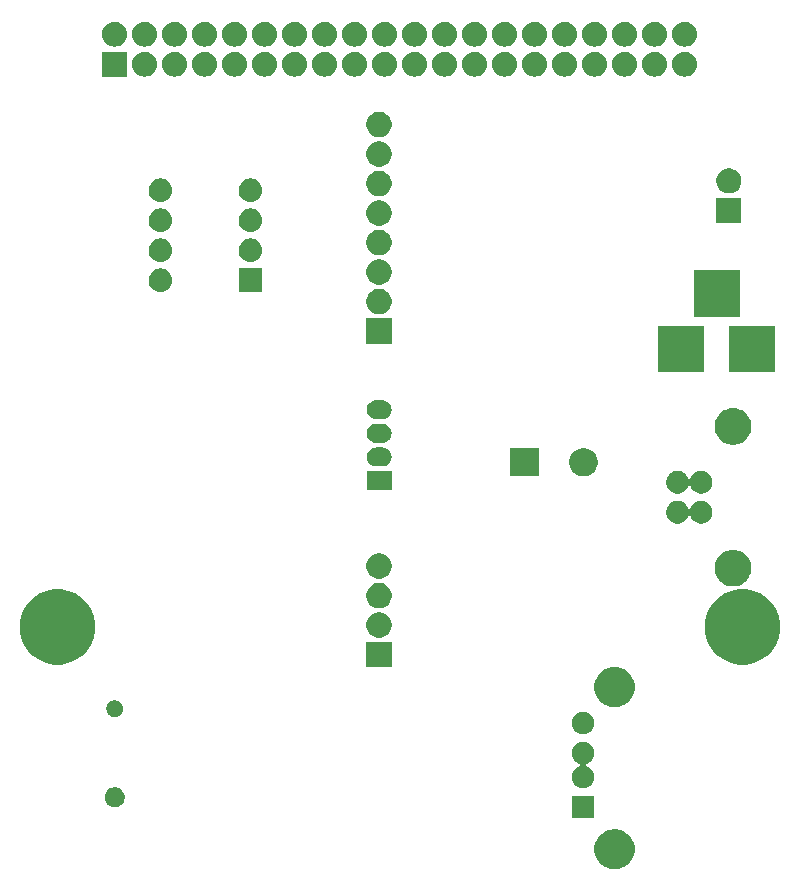
<source format=gbr>
G04 #@! TF.GenerationSoftware,KiCad,Pcbnew,5.0.2-bee76a0~70~ubuntu18.04.1*
G04 #@! TF.CreationDate,2019-04-01T17:44:37+13:00*
G04 #@! TF.ProjectId,pi-hat,70692d68-6174-42e6-9b69-6361645f7063,rev?*
G04 #@! TF.SameCoordinates,Original*
G04 #@! TF.FileFunction,Soldermask,Bot*
G04 #@! TF.FilePolarity,Negative*
%FSLAX46Y46*%
G04 Gerber Fmt 4.6, Leading zero omitted, Abs format (unit mm)*
G04 Created by KiCad (PCBNEW 5.0.2-bee76a0~70~ubuntu18.04.1) date Mon 01 Apr 2019 17:44:37 NZDT*
%MOMM*%
%LPD*%
G01*
G04 APERTURE LIST*
%ADD10C,0.100000*%
G04 APERTURE END LIST*
D10*
G36*
X151216393Y-169803553D02*
X151325872Y-169825330D01*
X151635252Y-169953479D01*
X151913687Y-170139523D01*
X152150477Y-170376313D01*
X152336521Y-170654748D01*
X152464670Y-170964128D01*
X152530000Y-171292565D01*
X152530000Y-171627435D01*
X152464670Y-171955872D01*
X152336521Y-172265252D01*
X152150477Y-172543687D01*
X151913687Y-172780477D01*
X151635252Y-172966521D01*
X151325872Y-173094670D01*
X151216393Y-173116447D01*
X150997437Y-173160000D01*
X150662563Y-173160000D01*
X150443607Y-173116447D01*
X150334128Y-173094670D01*
X150024748Y-172966521D01*
X149746313Y-172780477D01*
X149509523Y-172543687D01*
X149323479Y-172265252D01*
X149195330Y-171955872D01*
X149130000Y-171627435D01*
X149130000Y-171292565D01*
X149195330Y-170964128D01*
X149323479Y-170654748D01*
X149509523Y-170376313D01*
X149746313Y-170139523D01*
X150024748Y-169953479D01*
X150334128Y-169825330D01*
X150443607Y-169803553D01*
X150662563Y-169760000D01*
X150997437Y-169760000D01*
X151216393Y-169803553D01*
X151216393Y-169803553D01*
G37*
G36*
X149110000Y-168850000D02*
X147210000Y-168850000D01*
X147210000Y-166950000D01*
X149110000Y-166950000D01*
X149110000Y-168850000D01*
X149110000Y-168850000D01*
G37*
G36*
X108747934Y-166252664D02*
X108902627Y-166316740D01*
X109041847Y-166409764D01*
X109160236Y-166528153D01*
X109253260Y-166667373D01*
X109317336Y-166822066D01*
X109350000Y-166986281D01*
X109350000Y-167153719D01*
X109317336Y-167317934D01*
X109253260Y-167472627D01*
X109160236Y-167611847D01*
X109041847Y-167730236D01*
X108902627Y-167823260D01*
X108747934Y-167887336D01*
X108583719Y-167920000D01*
X108416281Y-167920000D01*
X108252066Y-167887336D01*
X108097373Y-167823260D01*
X107958153Y-167730236D01*
X107839764Y-167611847D01*
X107746740Y-167472627D01*
X107682664Y-167317934D01*
X107650000Y-167153719D01*
X107650000Y-166986281D01*
X107682664Y-166822066D01*
X107746740Y-166667373D01*
X107839764Y-166528153D01*
X107958153Y-166409764D01*
X108097373Y-166316740D01*
X108252066Y-166252664D01*
X108416281Y-166220000D01*
X108583719Y-166220000D01*
X108747934Y-166252664D01*
X108747934Y-166252664D01*
G37*
G36*
X148299451Y-162389127D02*
X148437105Y-162416508D01*
X148609994Y-162488121D01*
X148765590Y-162592087D01*
X148897913Y-162724410D01*
X149001879Y-162880006D01*
X149073492Y-163052895D01*
X149110000Y-163236433D01*
X149110000Y-163423567D01*
X149073492Y-163607105D01*
X149001879Y-163779994D01*
X148897913Y-163935590D01*
X148765590Y-164067913D01*
X148609994Y-164171879D01*
X148470842Y-164229518D01*
X148449236Y-164241067D01*
X148430294Y-164256612D01*
X148414749Y-164275554D01*
X148403198Y-164297165D01*
X148396085Y-164320614D01*
X148393683Y-164345000D01*
X148396085Y-164369387D01*
X148403198Y-164392836D01*
X148414750Y-164414447D01*
X148430295Y-164433389D01*
X148449237Y-164448934D01*
X148470842Y-164460482D01*
X148609994Y-164518121D01*
X148765590Y-164622087D01*
X148897913Y-164754410D01*
X149001879Y-164910006D01*
X149073492Y-165082895D01*
X149110000Y-165266433D01*
X149110000Y-165453567D01*
X149073492Y-165637105D01*
X149001879Y-165809994D01*
X148897913Y-165965590D01*
X148765590Y-166097913D01*
X148609994Y-166201879D01*
X148437105Y-166273492D01*
X148299451Y-166300873D01*
X148253568Y-166310000D01*
X148066432Y-166310000D01*
X148020549Y-166300873D01*
X147882895Y-166273492D01*
X147710006Y-166201879D01*
X147554410Y-166097913D01*
X147422087Y-165965590D01*
X147318121Y-165809994D01*
X147246508Y-165637105D01*
X147210000Y-165453567D01*
X147210000Y-165266433D01*
X147246508Y-165082895D01*
X147318121Y-164910006D01*
X147422087Y-164754410D01*
X147554410Y-164622087D01*
X147710006Y-164518121D01*
X147849158Y-164460482D01*
X147870764Y-164448933D01*
X147889706Y-164433388D01*
X147905251Y-164414446D01*
X147916802Y-164392835D01*
X147923915Y-164369386D01*
X147926317Y-164345000D01*
X147923915Y-164320613D01*
X147916802Y-164297164D01*
X147905250Y-164275553D01*
X147889705Y-164256611D01*
X147870763Y-164241066D01*
X147849158Y-164229518D01*
X147710006Y-164171879D01*
X147554410Y-164067913D01*
X147422087Y-163935590D01*
X147318121Y-163779994D01*
X147246508Y-163607105D01*
X147210000Y-163423567D01*
X147210000Y-163236433D01*
X147246508Y-163052895D01*
X147318121Y-162880006D01*
X147422087Y-162724410D01*
X147554410Y-162592087D01*
X147710006Y-162488121D01*
X147882895Y-162416508D01*
X148020549Y-162389127D01*
X148066432Y-162380000D01*
X148253568Y-162380000D01*
X148299451Y-162389127D01*
X148299451Y-162389127D01*
G37*
G36*
X148299452Y-159849127D02*
X148437105Y-159876508D01*
X148609994Y-159948121D01*
X148765590Y-160052087D01*
X148897913Y-160184410D01*
X149001879Y-160340006D01*
X149073492Y-160512895D01*
X149110000Y-160696433D01*
X149110000Y-160883567D01*
X149073492Y-161067105D01*
X149001879Y-161239994D01*
X148897913Y-161395590D01*
X148765590Y-161527913D01*
X148609994Y-161631879D01*
X148437105Y-161703492D01*
X148299452Y-161730873D01*
X148253568Y-161740000D01*
X148066432Y-161740000D01*
X148020548Y-161730873D01*
X147882895Y-161703492D01*
X147710006Y-161631879D01*
X147554410Y-161527913D01*
X147422087Y-161395590D01*
X147318121Y-161239994D01*
X147246508Y-161067105D01*
X147210000Y-160883567D01*
X147210000Y-160696433D01*
X147246508Y-160512895D01*
X147318121Y-160340006D01*
X147422087Y-160184410D01*
X147554410Y-160052087D01*
X147710006Y-159948121D01*
X147882895Y-159876508D01*
X148020548Y-159849127D01*
X148066432Y-159840000D01*
X148253568Y-159840000D01*
X148299452Y-159849127D01*
X148299452Y-159849127D01*
G37*
G36*
X108704183Y-158896900D02*
X108831574Y-158949668D01*
X108946225Y-159026275D01*
X109043725Y-159123775D01*
X109120332Y-159238426D01*
X109173100Y-159365817D01*
X109200000Y-159501055D01*
X109200000Y-159638945D01*
X109173100Y-159774183D01*
X109145837Y-159840000D01*
X109120332Y-159901574D01*
X109089231Y-159948121D01*
X109043725Y-160016225D01*
X108946225Y-160113725D01*
X108831574Y-160190332D01*
X108704183Y-160243100D01*
X108568945Y-160270000D01*
X108431055Y-160270000D01*
X108295817Y-160243100D01*
X108168426Y-160190332D01*
X108053775Y-160113725D01*
X107956275Y-160016225D01*
X107910770Y-159948121D01*
X107879668Y-159901574D01*
X107854163Y-159840000D01*
X107826900Y-159774183D01*
X107800000Y-159638945D01*
X107800000Y-159501055D01*
X107826900Y-159365817D01*
X107879668Y-159238426D01*
X107956275Y-159123775D01*
X108053775Y-159026275D01*
X108168426Y-158949668D01*
X108295817Y-158896900D01*
X108431055Y-158870000D01*
X108568945Y-158870000D01*
X108704183Y-158896900D01*
X108704183Y-158896900D01*
G37*
G36*
X151216393Y-156083553D02*
X151325872Y-156105330D01*
X151635252Y-156233479D01*
X151913687Y-156419523D01*
X152150477Y-156656313D01*
X152336521Y-156934748D01*
X152464670Y-157244128D01*
X152530000Y-157572565D01*
X152530000Y-157907435D01*
X152464670Y-158235872D01*
X152336521Y-158545252D01*
X152150477Y-158823687D01*
X151913687Y-159060477D01*
X151635252Y-159246521D01*
X151325872Y-159374670D01*
X151216393Y-159396447D01*
X150997437Y-159440000D01*
X150662563Y-159440000D01*
X150443607Y-159396447D01*
X150334128Y-159374670D01*
X150024748Y-159246521D01*
X149746313Y-159060477D01*
X149509523Y-158823687D01*
X149323479Y-158545252D01*
X149195330Y-158235872D01*
X149130000Y-157907435D01*
X149130000Y-157572565D01*
X149195330Y-157244128D01*
X149323479Y-156934748D01*
X149509523Y-156656313D01*
X149746313Y-156419523D01*
X150024748Y-156233479D01*
X150334128Y-156105330D01*
X150443607Y-156083553D01*
X150662563Y-156040000D01*
X150997437Y-156040000D01*
X151216393Y-156083553D01*
X151216393Y-156083553D01*
G37*
G36*
X131975000Y-156075000D02*
X129825000Y-156075000D01*
X129825000Y-153925000D01*
X131975000Y-153925000D01*
X131975000Y-156075000D01*
X131975000Y-156075000D01*
G37*
G36*
X162593405Y-149572974D02*
X163175767Y-149814196D01*
X163699884Y-150164400D01*
X164145600Y-150610116D01*
X164495804Y-151134233D01*
X164737026Y-151716595D01*
X164860000Y-152334826D01*
X164860000Y-152965174D01*
X164737026Y-153583405D01*
X164495804Y-154165767D01*
X164145600Y-154689884D01*
X163699884Y-155135600D01*
X163175767Y-155485804D01*
X162593405Y-155727026D01*
X161975174Y-155850000D01*
X161344826Y-155850000D01*
X160726595Y-155727026D01*
X160144233Y-155485804D01*
X159620116Y-155135600D01*
X159174400Y-154689884D01*
X158824196Y-154165767D01*
X158582974Y-153583405D01*
X158460000Y-152965174D01*
X158460000Y-152334826D01*
X158582974Y-151716595D01*
X158824196Y-151134233D01*
X159174400Y-150610116D01*
X159620116Y-150164400D01*
X160144233Y-149814196D01*
X160726595Y-149572974D01*
X161344826Y-149450000D01*
X161975174Y-149450000D01*
X162593405Y-149572974D01*
X162593405Y-149572974D01*
G37*
G36*
X104593405Y-149572974D02*
X105175767Y-149814196D01*
X105699884Y-150164400D01*
X106145600Y-150610116D01*
X106495804Y-151134233D01*
X106737026Y-151716595D01*
X106860000Y-152334826D01*
X106860000Y-152965174D01*
X106737026Y-153583405D01*
X106495804Y-154165767D01*
X106145600Y-154689884D01*
X105699884Y-155135600D01*
X105175767Y-155485804D01*
X104593405Y-155727026D01*
X103975174Y-155850000D01*
X103344826Y-155850000D01*
X102726595Y-155727026D01*
X102144233Y-155485804D01*
X101620116Y-155135600D01*
X101174400Y-154689884D01*
X100824196Y-154165767D01*
X100582974Y-153583405D01*
X100460000Y-152965174D01*
X100460000Y-152334826D01*
X100582974Y-151716595D01*
X100824196Y-151134233D01*
X101174400Y-150610116D01*
X101620116Y-150164400D01*
X102144233Y-149814196D01*
X102726595Y-149572974D01*
X103344826Y-149450000D01*
X103975174Y-149450000D01*
X104593405Y-149572974D01*
X104593405Y-149572974D01*
G37*
G36*
X131213566Y-151466312D02*
X131409203Y-151547347D01*
X131585275Y-151664995D01*
X131735005Y-151814725D01*
X131852653Y-151990797D01*
X131933688Y-152186434D01*
X131975000Y-152394122D01*
X131975000Y-152605878D01*
X131933688Y-152813566D01*
X131852653Y-153009203D01*
X131735005Y-153185275D01*
X131585275Y-153335005D01*
X131409203Y-153452653D01*
X131213566Y-153533688D01*
X131005878Y-153575000D01*
X130794122Y-153575000D01*
X130586434Y-153533688D01*
X130390797Y-153452653D01*
X130214725Y-153335005D01*
X130064995Y-153185275D01*
X129947347Y-153009203D01*
X129866312Y-152813566D01*
X129825000Y-152605878D01*
X129825000Y-152394122D01*
X129866312Y-152186434D01*
X129947347Y-151990797D01*
X130064995Y-151814725D01*
X130214725Y-151664995D01*
X130390797Y-151547347D01*
X130586434Y-151466312D01*
X130794122Y-151425000D01*
X131005878Y-151425000D01*
X131213566Y-151466312D01*
X131213566Y-151466312D01*
G37*
G36*
X131213566Y-148966312D02*
X131409203Y-149047347D01*
X131585275Y-149164995D01*
X131735005Y-149314725D01*
X131852653Y-149490797D01*
X131933688Y-149686434D01*
X131975000Y-149894122D01*
X131975000Y-150105878D01*
X131933688Y-150313566D01*
X131852653Y-150509203D01*
X131735005Y-150685275D01*
X131585275Y-150835005D01*
X131409203Y-150952653D01*
X131213566Y-151033688D01*
X131005878Y-151075000D01*
X130794122Y-151075000D01*
X130586434Y-151033688D01*
X130390797Y-150952653D01*
X130214725Y-150835005D01*
X130064995Y-150685275D01*
X129947347Y-150509203D01*
X129866312Y-150313566D01*
X129825000Y-150105878D01*
X129825000Y-149894122D01*
X129866312Y-149686434D01*
X129947347Y-149490797D01*
X130064995Y-149314725D01*
X130214725Y-149164995D01*
X130390797Y-149047347D01*
X130586434Y-148966312D01*
X130794122Y-148925000D01*
X131005878Y-148925000D01*
X131213566Y-148966312D01*
X131213566Y-148966312D01*
G37*
G36*
X161112481Y-146139855D02*
X161312118Y-146179565D01*
X161500173Y-146257460D01*
X161594201Y-146296408D01*
X161848071Y-146466038D01*
X162063962Y-146681929D01*
X162233592Y-146935799D01*
X162233592Y-146935800D01*
X162350435Y-147217882D01*
X162410000Y-147517338D01*
X162410000Y-147822662D01*
X162350435Y-148122118D01*
X162324274Y-148185275D01*
X162233592Y-148404201D01*
X162063962Y-148658071D01*
X161848071Y-148873962D01*
X161594201Y-149043592D01*
X161500173Y-149082540D01*
X161312118Y-149160435D01*
X161112481Y-149200145D01*
X161012663Y-149220000D01*
X160707337Y-149220000D01*
X160607519Y-149200145D01*
X160407882Y-149160435D01*
X160219827Y-149082540D01*
X160125799Y-149043592D01*
X159871929Y-148873962D01*
X159656038Y-148658071D01*
X159486408Y-148404201D01*
X159395726Y-148185275D01*
X159369565Y-148122118D01*
X159310000Y-147822662D01*
X159310000Y-147517338D01*
X159369565Y-147217882D01*
X159486408Y-146935800D01*
X159486408Y-146935799D01*
X159656038Y-146681929D01*
X159871929Y-146466038D01*
X160125799Y-146296408D01*
X160219827Y-146257460D01*
X160407882Y-146179565D01*
X160607519Y-146139855D01*
X160707337Y-146120000D01*
X161012663Y-146120000D01*
X161112481Y-146139855D01*
X161112481Y-146139855D01*
G37*
G36*
X131213566Y-146466312D02*
X131409203Y-146547347D01*
X131585275Y-146664995D01*
X131735005Y-146814725D01*
X131852653Y-146990797D01*
X131933688Y-147186434D01*
X131975000Y-147394122D01*
X131975000Y-147605878D01*
X131933688Y-147813566D01*
X131852653Y-148009203D01*
X131735005Y-148185275D01*
X131585275Y-148335005D01*
X131409203Y-148452653D01*
X131213566Y-148533688D01*
X131005878Y-148575000D01*
X130794122Y-148575000D01*
X130586434Y-148533688D01*
X130390797Y-148452653D01*
X130214725Y-148335005D01*
X130064995Y-148185275D01*
X129947347Y-148009203D01*
X129866312Y-147813566D01*
X129825000Y-147605878D01*
X129825000Y-147394122D01*
X129866312Y-147186434D01*
X129947347Y-146990797D01*
X130064995Y-146814725D01*
X130214725Y-146664995D01*
X130390797Y-146547347D01*
X130586434Y-146466312D01*
X130794122Y-146425000D01*
X131005878Y-146425000D01*
X131213566Y-146466312D01*
X131213566Y-146466312D01*
G37*
G36*
X156347287Y-141998446D02*
X156440022Y-142016892D01*
X156614731Y-142089259D01*
X156769872Y-142192921D01*
X156771967Y-142194321D01*
X156905679Y-142328033D01*
X157010742Y-142485271D01*
X157044515Y-142566806D01*
X157056066Y-142588417D01*
X157071612Y-142607359D01*
X157090554Y-142622905D01*
X157112165Y-142634456D01*
X157135614Y-142641569D01*
X157160000Y-142643971D01*
X157184386Y-142641569D01*
X157207835Y-142634456D01*
X157229446Y-142622905D01*
X157248388Y-142607359D01*
X157263934Y-142588417D01*
X157275485Y-142566806D01*
X157309258Y-142485271D01*
X157414321Y-142328033D01*
X157548033Y-142194321D01*
X157550128Y-142192921D01*
X157705269Y-142089259D01*
X157879978Y-142016892D01*
X157972713Y-141998446D01*
X158065447Y-141980000D01*
X158254553Y-141980000D01*
X158347287Y-141998446D01*
X158440022Y-142016892D01*
X158614731Y-142089259D01*
X158769872Y-142192921D01*
X158771967Y-142194321D01*
X158905679Y-142328033D01*
X158905681Y-142328036D01*
X159010741Y-142485269D01*
X159083108Y-142659978D01*
X159120000Y-142845448D01*
X159120000Y-143034552D01*
X159083108Y-143220022D01*
X159072536Y-143245544D01*
X159010742Y-143394729D01*
X158905679Y-143551967D01*
X158771967Y-143685679D01*
X158771964Y-143685681D01*
X158614731Y-143790741D01*
X158440022Y-143863108D01*
X158347287Y-143881554D01*
X158254553Y-143900000D01*
X158065447Y-143900000D01*
X157972713Y-143881554D01*
X157879978Y-143863108D01*
X157705269Y-143790741D01*
X157548036Y-143685681D01*
X157548033Y-143685679D01*
X157414321Y-143551967D01*
X157309258Y-143394729D01*
X157275485Y-143313194D01*
X157263934Y-143291583D01*
X157248388Y-143272641D01*
X157229446Y-143257095D01*
X157207835Y-143245544D01*
X157184386Y-143238431D01*
X157160000Y-143236029D01*
X157135614Y-143238431D01*
X157112165Y-143245544D01*
X157090554Y-143257095D01*
X157071612Y-143272641D01*
X157056066Y-143291583D01*
X157044515Y-143313194D01*
X157010742Y-143394729D01*
X156905679Y-143551967D01*
X156771967Y-143685679D01*
X156771964Y-143685681D01*
X156614731Y-143790741D01*
X156440022Y-143863108D01*
X156347287Y-143881554D01*
X156254553Y-143900000D01*
X156065447Y-143900000D01*
X155972713Y-143881554D01*
X155879978Y-143863108D01*
X155705269Y-143790741D01*
X155548036Y-143685681D01*
X155548033Y-143685679D01*
X155414321Y-143551967D01*
X155309258Y-143394729D01*
X155247464Y-143245544D01*
X155236892Y-143220022D01*
X155200000Y-143034552D01*
X155200000Y-142845448D01*
X155236892Y-142659978D01*
X155309259Y-142485269D01*
X155414319Y-142328036D01*
X155414321Y-142328033D01*
X155548033Y-142194321D01*
X155550128Y-142192921D01*
X155705269Y-142089259D01*
X155879978Y-142016892D01*
X155972713Y-141998446D01*
X156065447Y-141980000D01*
X156254553Y-141980000D01*
X156347287Y-141998446D01*
X156347287Y-141998446D01*
G37*
G36*
X156304826Y-139450000D02*
X156440022Y-139476892D01*
X156614731Y-139549259D01*
X156738712Y-139632101D01*
X156771967Y-139654321D01*
X156905679Y-139788033D01*
X157010742Y-139945271D01*
X157044515Y-140026806D01*
X157056066Y-140048417D01*
X157071612Y-140067359D01*
X157090554Y-140082905D01*
X157112165Y-140094456D01*
X157135614Y-140101569D01*
X157160000Y-140103971D01*
X157184386Y-140101569D01*
X157207835Y-140094456D01*
X157229446Y-140082905D01*
X157248388Y-140067359D01*
X157263934Y-140048417D01*
X157275485Y-140026806D01*
X157309258Y-139945271D01*
X157414321Y-139788033D01*
X157548033Y-139654321D01*
X157581288Y-139632101D01*
X157705269Y-139549259D01*
X157879978Y-139476892D01*
X158015174Y-139450000D01*
X158065447Y-139440000D01*
X158254553Y-139440000D01*
X158304826Y-139450000D01*
X158440022Y-139476892D01*
X158614731Y-139549259D01*
X158738712Y-139632101D01*
X158771967Y-139654321D01*
X158905679Y-139788033D01*
X158905681Y-139788036D01*
X159010741Y-139945269D01*
X159083108Y-140119978D01*
X159120000Y-140305448D01*
X159120000Y-140494552D01*
X159083108Y-140680022D01*
X159072536Y-140705544D01*
X159010742Y-140854729D01*
X158905679Y-141011967D01*
X158771967Y-141145679D01*
X158771964Y-141145681D01*
X158614731Y-141250741D01*
X158440022Y-141323108D01*
X158347287Y-141341554D01*
X158254553Y-141360000D01*
X158065447Y-141360000D01*
X157972713Y-141341554D01*
X157879978Y-141323108D01*
X157705269Y-141250741D01*
X157548036Y-141145681D01*
X157548033Y-141145679D01*
X157414321Y-141011967D01*
X157309258Y-140854729D01*
X157275485Y-140773194D01*
X157263934Y-140751583D01*
X157248388Y-140732641D01*
X157229446Y-140717095D01*
X157207835Y-140705544D01*
X157184386Y-140698431D01*
X157160000Y-140696029D01*
X157135614Y-140698431D01*
X157112165Y-140705544D01*
X157090554Y-140717095D01*
X157071612Y-140732641D01*
X157056066Y-140751583D01*
X157044515Y-140773194D01*
X157010742Y-140854729D01*
X156905679Y-141011967D01*
X156771967Y-141145679D01*
X156771964Y-141145681D01*
X156614731Y-141250741D01*
X156440022Y-141323108D01*
X156347287Y-141341554D01*
X156254553Y-141360000D01*
X156065447Y-141360000D01*
X155972713Y-141341554D01*
X155879978Y-141323108D01*
X155705269Y-141250741D01*
X155548036Y-141145681D01*
X155548033Y-141145679D01*
X155414321Y-141011967D01*
X155309258Y-140854729D01*
X155247464Y-140705544D01*
X155236892Y-140680022D01*
X155200000Y-140494552D01*
X155200000Y-140305448D01*
X155236892Y-140119978D01*
X155309259Y-139945269D01*
X155414319Y-139788036D01*
X155414321Y-139788033D01*
X155548033Y-139654321D01*
X155581288Y-139632101D01*
X155705269Y-139549259D01*
X155879978Y-139476892D01*
X156015174Y-139450000D01*
X156065447Y-139440000D01*
X156254553Y-139440000D01*
X156304826Y-139450000D01*
X156304826Y-139450000D01*
G37*
G36*
X131950000Y-141050000D02*
X129850000Y-141050000D01*
X129850000Y-139450000D01*
X131950000Y-139450000D01*
X131950000Y-141050000D01*
X131950000Y-141050000D01*
G37*
G36*
X144400000Y-139900000D02*
X142000000Y-139900000D01*
X142000000Y-137500000D01*
X144400000Y-137500000D01*
X144400000Y-139900000D01*
X144400000Y-139900000D01*
G37*
G36*
X148550026Y-137546115D02*
X148768412Y-137636573D01*
X148964958Y-137767901D01*
X149132099Y-137935042D01*
X149263427Y-138131588D01*
X149353885Y-138349974D01*
X149400000Y-138581809D01*
X149400000Y-138818191D01*
X149353885Y-139050026D01*
X149263427Y-139268412D01*
X149132099Y-139464958D01*
X148964958Y-139632099D01*
X148768412Y-139763427D01*
X148550026Y-139853885D01*
X148318191Y-139900000D01*
X148081809Y-139900000D01*
X147849974Y-139853885D01*
X147631588Y-139763427D01*
X147435042Y-139632099D01*
X147267901Y-139464958D01*
X147136573Y-139268412D01*
X147046115Y-139050026D01*
X147000000Y-138818191D01*
X147000000Y-138581809D01*
X147046115Y-138349974D01*
X147136573Y-138131588D01*
X147267901Y-137935042D01*
X147435042Y-137767901D01*
X147631588Y-137636573D01*
X147849974Y-137546115D01*
X148081809Y-137500000D01*
X148318191Y-137500000D01*
X148550026Y-137546115D01*
X148550026Y-137546115D01*
G37*
G36*
X131267649Y-137457717D02*
X131306827Y-137461576D01*
X131382228Y-137484449D01*
X131457629Y-137507321D01*
X131596608Y-137581608D01*
X131718422Y-137681578D01*
X131818392Y-137803392D01*
X131892679Y-137942371D01*
X131892679Y-137942372D01*
X131938424Y-138093173D01*
X131953870Y-138250000D01*
X131938424Y-138406826D01*
X131892679Y-138557629D01*
X131818392Y-138696608D01*
X131718422Y-138818422D01*
X131596608Y-138918392D01*
X131457629Y-138992679D01*
X131382227Y-139015552D01*
X131306827Y-139038424D01*
X131267649Y-139042283D01*
X131189295Y-139050000D01*
X130610705Y-139050000D01*
X130532351Y-139042283D01*
X130493173Y-139038424D01*
X130417772Y-139015551D01*
X130342371Y-138992679D01*
X130203392Y-138918392D01*
X130081578Y-138818422D01*
X129981608Y-138696608D01*
X129907321Y-138557629D01*
X129861576Y-138406826D01*
X129846130Y-138250000D01*
X129861576Y-138093173D01*
X129907321Y-137942372D01*
X129907321Y-137942371D01*
X129981608Y-137803392D01*
X130081578Y-137681578D01*
X130203392Y-137581608D01*
X130342371Y-137507321D01*
X130417772Y-137484449D01*
X130493173Y-137461576D01*
X130532351Y-137457717D01*
X130610705Y-137450000D01*
X131189295Y-137450000D01*
X131267649Y-137457717D01*
X131267649Y-137457717D01*
G37*
G36*
X161112481Y-134139855D02*
X161312118Y-134179565D01*
X161482162Y-134250000D01*
X161594201Y-134296408D01*
X161848071Y-134466038D01*
X162063962Y-134681929D01*
X162233592Y-134935799D01*
X162233592Y-134935800D01*
X162350435Y-135217882D01*
X162410000Y-135517338D01*
X162410000Y-135822662D01*
X162350435Y-136122118D01*
X162297464Y-136250000D01*
X162233592Y-136404201D01*
X162063962Y-136658071D01*
X161848071Y-136873962D01*
X161594201Y-137043592D01*
X161500173Y-137082540D01*
X161312118Y-137160435D01*
X161112481Y-137200145D01*
X161012663Y-137220000D01*
X160707337Y-137220000D01*
X160607519Y-137200145D01*
X160407882Y-137160435D01*
X160219827Y-137082540D01*
X160125799Y-137043592D01*
X159871929Y-136873962D01*
X159656038Y-136658071D01*
X159486408Y-136404201D01*
X159422536Y-136250000D01*
X159369565Y-136122118D01*
X159310000Y-135822662D01*
X159310000Y-135517338D01*
X159369565Y-135217882D01*
X159486408Y-134935800D01*
X159486408Y-134935799D01*
X159656038Y-134681929D01*
X159871929Y-134466038D01*
X160125799Y-134296408D01*
X160237838Y-134250000D01*
X160407882Y-134179565D01*
X160607519Y-134139855D01*
X160707337Y-134120000D01*
X161012663Y-134120000D01*
X161112481Y-134139855D01*
X161112481Y-134139855D01*
G37*
G36*
X131267649Y-135457717D02*
X131306827Y-135461576D01*
X131382227Y-135484448D01*
X131457629Y-135507321D01*
X131596608Y-135581608D01*
X131718422Y-135681578D01*
X131818392Y-135803392D01*
X131892679Y-135942371D01*
X131938424Y-136093174D01*
X131953870Y-136250000D01*
X131938424Y-136406826D01*
X131892679Y-136557629D01*
X131818392Y-136696608D01*
X131718422Y-136818422D01*
X131596608Y-136918392D01*
X131457629Y-136992679D01*
X131382228Y-137015551D01*
X131306827Y-137038424D01*
X131267649Y-137042283D01*
X131189295Y-137050000D01*
X130610705Y-137050000D01*
X130532351Y-137042283D01*
X130493173Y-137038424D01*
X130417772Y-137015551D01*
X130342371Y-136992679D01*
X130203392Y-136918392D01*
X130081578Y-136818422D01*
X129981608Y-136696608D01*
X129907321Y-136557629D01*
X129861576Y-136406826D01*
X129846130Y-136250000D01*
X129861576Y-136093174D01*
X129907321Y-135942371D01*
X129981608Y-135803392D01*
X130081578Y-135681578D01*
X130203392Y-135581608D01*
X130342371Y-135507321D01*
X130417773Y-135484448D01*
X130493173Y-135461576D01*
X130532351Y-135457717D01*
X130610705Y-135450000D01*
X131189295Y-135450000D01*
X131267649Y-135457717D01*
X131267649Y-135457717D01*
G37*
G36*
X131267649Y-133457717D02*
X131306827Y-133461576D01*
X131382228Y-133484449D01*
X131457629Y-133507321D01*
X131596608Y-133581608D01*
X131718422Y-133681578D01*
X131818392Y-133803392D01*
X131892679Y-133942371D01*
X131892679Y-133942372D01*
X131938424Y-134093173D01*
X131953870Y-134250000D01*
X131938424Y-134406827D01*
X131915552Y-134482227D01*
X131892679Y-134557629D01*
X131818392Y-134696608D01*
X131718422Y-134818422D01*
X131596608Y-134918392D01*
X131457629Y-134992679D01*
X131382227Y-135015552D01*
X131306827Y-135038424D01*
X131267649Y-135042283D01*
X131189295Y-135050000D01*
X130610705Y-135050000D01*
X130532351Y-135042283D01*
X130493173Y-135038424D01*
X130417773Y-135015552D01*
X130342371Y-134992679D01*
X130203392Y-134918392D01*
X130081578Y-134818422D01*
X129981608Y-134696608D01*
X129907321Y-134557629D01*
X129884448Y-134482227D01*
X129861576Y-134406827D01*
X129846130Y-134250000D01*
X129861576Y-134093173D01*
X129907321Y-133942372D01*
X129907321Y-133942371D01*
X129981608Y-133803392D01*
X130081578Y-133681578D01*
X130203392Y-133581608D01*
X130342371Y-133507321D01*
X130417773Y-133484448D01*
X130493173Y-133461576D01*
X130532351Y-133457717D01*
X130610705Y-133450000D01*
X131189295Y-133450000D01*
X131267649Y-133457717D01*
X131267649Y-133457717D01*
G37*
G36*
X164434000Y-131066000D02*
X160534000Y-131066000D01*
X160534000Y-127166000D01*
X164434000Y-127166000D01*
X164434000Y-131066000D01*
X164434000Y-131066000D01*
G37*
G36*
X158434000Y-131066000D02*
X154534000Y-131066000D01*
X154534000Y-127166000D01*
X158434000Y-127166000D01*
X158434000Y-131066000D01*
X158434000Y-131066000D01*
G37*
G36*
X131975000Y-128675000D02*
X129825000Y-128675000D01*
X129825000Y-126525000D01*
X131975000Y-126525000D01*
X131975000Y-128675000D01*
X131975000Y-128675000D01*
G37*
G36*
X161434000Y-126366000D02*
X157534000Y-126366000D01*
X157534000Y-122466000D01*
X161434000Y-122466000D01*
X161434000Y-126366000D01*
X161434000Y-126366000D01*
G37*
G36*
X131213566Y-124066312D02*
X131409203Y-124147347D01*
X131585275Y-124264995D01*
X131735005Y-124414725D01*
X131852653Y-124590797D01*
X131933688Y-124786434D01*
X131975000Y-124994122D01*
X131975000Y-125205878D01*
X131933688Y-125413566D01*
X131852653Y-125609203D01*
X131735005Y-125785275D01*
X131585275Y-125935005D01*
X131409203Y-126052653D01*
X131213566Y-126133688D01*
X131005878Y-126175000D01*
X130794122Y-126175000D01*
X130586434Y-126133688D01*
X130390797Y-126052653D01*
X130214725Y-125935005D01*
X130064995Y-125785275D01*
X129947347Y-125609203D01*
X129866312Y-125413566D01*
X129825000Y-125205878D01*
X129825000Y-124994122D01*
X129866312Y-124786434D01*
X129947347Y-124590797D01*
X130064995Y-124414725D01*
X130214725Y-124264995D01*
X130390797Y-124147347D01*
X130586434Y-124066312D01*
X130794122Y-124025000D01*
X131005878Y-124025000D01*
X131213566Y-124066312D01*
X131213566Y-124066312D01*
G37*
G36*
X121000000Y-124300000D02*
X119000000Y-124300000D01*
X119000000Y-122300000D01*
X121000000Y-122300000D01*
X121000000Y-124300000D01*
X121000000Y-124300000D01*
G37*
G36*
X112576030Y-122314469D02*
X112576033Y-122314470D01*
X112576034Y-122314470D01*
X112764535Y-122371651D01*
X112764537Y-122371652D01*
X112938260Y-122464509D01*
X113090528Y-122589472D01*
X113215491Y-122741740D01*
X113308348Y-122915463D01*
X113365531Y-123103970D01*
X113384838Y-123300000D01*
X113365531Y-123496030D01*
X113308348Y-123684537D01*
X113215491Y-123858260D01*
X113090528Y-124010528D01*
X112938260Y-124135491D01*
X112938258Y-124135492D01*
X112764535Y-124228349D01*
X112576034Y-124285530D01*
X112576033Y-124285530D01*
X112576030Y-124285531D01*
X112429124Y-124300000D01*
X112330876Y-124300000D01*
X112183970Y-124285531D01*
X112183967Y-124285530D01*
X112183966Y-124285530D01*
X111995465Y-124228349D01*
X111821742Y-124135492D01*
X111821740Y-124135491D01*
X111669472Y-124010528D01*
X111544509Y-123858260D01*
X111451652Y-123684537D01*
X111394469Y-123496030D01*
X111375162Y-123300000D01*
X111394469Y-123103970D01*
X111451652Y-122915463D01*
X111544509Y-122741740D01*
X111669472Y-122589472D01*
X111821740Y-122464509D01*
X111995463Y-122371652D01*
X111995465Y-122371651D01*
X112183966Y-122314470D01*
X112183967Y-122314470D01*
X112183970Y-122314469D01*
X112330876Y-122300000D01*
X112429124Y-122300000D01*
X112576030Y-122314469D01*
X112576030Y-122314469D01*
G37*
G36*
X131213566Y-121566312D02*
X131409203Y-121647347D01*
X131585275Y-121764995D01*
X131735005Y-121914725D01*
X131852653Y-122090797D01*
X131933688Y-122286434D01*
X131975000Y-122494122D01*
X131975000Y-122705878D01*
X131933688Y-122913566D01*
X131852653Y-123109203D01*
X131735005Y-123285275D01*
X131585275Y-123435005D01*
X131409203Y-123552653D01*
X131213566Y-123633688D01*
X131005878Y-123675000D01*
X130794122Y-123675000D01*
X130586434Y-123633688D01*
X130390797Y-123552653D01*
X130214725Y-123435005D01*
X130064995Y-123285275D01*
X129947347Y-123109203D01*
X129866312Y-122913566D01*
X129825000Y-122705878D01*
X129825000Y-122494122D01*
X129866312Y-122286434D01*
X129947347Y-122090797D01*
X130064995Y-121914725D01*
X130214725Y-121764995D01*
X130390797Y-121647347D01*
X130586434Y-121566312D01*
X130794122Y-121525000D01*
X131005878Y-121525000D01*
X131213566Y-121566312D01*
X131213566Y-121566312D01*
G37*
G36*
X120196030Y-119774469D02*
X120196033Y-119774470D01*
X120196034Y-119774470D01*
X120384535Y-119831651D01*
X120384537Y-119831652D01*
X120558260Y-119924509D01*
X120710528Y-120049472D01*
X120835491Y-120201740D01*
X120835492Y-120201742D01*
X120928349Y-120375465D01*
X120985530Y-120563966D01*
X120985531Y-120563970D01*
X121004838Y-120760000D01*
X120985531Y-120956030D01*
X120928348Y-121144537D01*
X120835491Y-121318260D01*
X120710528Y-121470528D01*
X120558260Y-121595491D01*
X120384537Y-121688348D01*
X120384535Y-121688349D01*
X120196034Y-121745530D01*
X120196033Y-121745530D01*
X120196030Y-121745531D01*
X120049124Y-121760000D01*
X119950876Y-121760000D01*
X119803970Y-121745531D01*
X119803967Y-121745530D01*
X119803966Y-121745530D01*
X119615465Y-121688349D01*
X119615463Y-121688348D01*
X119441740Y-121595491D01*
X119289472Y-121470528D01*
X119164509Y-121318260D01*
X119071652Y-121144537D01*
X119014469Y-120956030D01*
X118995162Y-120760000D01*
X119014469Y-120563970D01*
X119014470Y-120563966D01*
X119071651Y-120375465D01*
X119164508Y-120201742D01*
X119164509Y-120201740D01*
X119289472Y-120049472D01*
X119441740Y-119924509D01*
X119615463Y-119831652D01*
X119615465Y-119831651D01*
X119803966Y-119774470D01*
X119803967Y-119774470D01*
X119803970Y-119774469D01*
X119950876Y-119760000D01*
X120049124Y-119760000D01*
X120196030Y-119774469D01*
X120196030Y-119774469D01*
G37*
G36*
X112576030Y-119774469D02*
X112576033Y-119774470D01*
X112576034Y-119774470D01*
X112764535Y-119831651D01*
X112764537Y-119831652D01*
X112938260Y-119924509D01*
X113090528Y-120049472D01*
X113215491Y-120201740D01*
X113215492Y-120201742D01*
X113308349Y-120375465D01*
X113365530Y-120563966D01*
X113365531Y-120563970D01*
X113384838Y-120760000D01*
X113365531Y-120956030D01*
X113308348Y-121144537D01*
X113215491Y-121318260D01*
X113090528Y-121470528D01*
X112938260Y-121595491D01*
X112764537Y-121688348D01*
X112764535Y-121688349D01*
X112576034Y-121745530D01*
X112576033Y-121745530D01*
X112576030Y-121745531D01*
X112429124Y-121760000D01*
X112330876Y-121760000D01*
X112183970Y-121745531D01*
X112183967Y-121745530D01*
X112183966Y-121745530D01*
X111995465Y-121688349D01*
X111995463Y-121688348D01*
X111821740Y-121595491D01*
X111669472Y-121470528D01*
X111544509Y-121318260D01*
X111451652Y-121144537D01*
X111394469Y-120956030D01*
X111375162Y-120760000D01*
X111394469Y-120563970D01*
X111394470Y-120563966D01*
X111451651Y-120375465D01*
X111544508Y-120201742D01*
X111544509Y-120201740D01*
X111669472Y-120049472D01*
X111821740Y-119924509D01*
X111995463Y-119831652D01*
X111995465Y-119831651D01*
X112183966Y-119774470D01*
X112183967Y-119774470D01*
X112183970Y-119774469D01*
X112330876Y-119760000D01*
X112429124Y-119760000D01*
X112576030Y-119774469D01*
X112576030Y-119774469D01*
G37*
G36*
X131213566Y-119066312D02*
X131409203Y-119147347D01*
X131585275Y-119264995D01*
X131735005Y-119414725D01*
X131852653Y-119590797D01*
X131933688Y-119786434D01*
X131975000Y-119994122D01*
X131975000Y-120205878D01*
X131933688Y-120413566D01*
X131852653Y-120609203D01*
X131735005Y-120785275D01*
X131585275Y-120935005D01*
X131409203Y-121052653D01*
X131213566Y-121133688D01*
X131005878Y-121175000D01*
X130794122Y-121175000D01*
X130586434Y-121133688D01*
X130390797Y-121052653D01*
X130214725Y-120935005D01*
X130064995Y-120785275D01*
X129947347Y-120609203D01*
X129866312Y-120413566D01*
X129825000Y-120205878D01*
X129825000Y-119994122D01*
X129866312Y-119786434D01*
X129947347Y-119590797D01*
X130064995Y-119414725D01*
X130214725Y-119264995D01*
X130390797Y-119147347D01*
X130586434Y-119066312D01*
X130794122Y-119025000D01*
X131005878Y-119025000D01*
X131213566Y-119066312D01*
X131213566Y-119066312D01*
G37*
G36*
X120196030Y-117234469D02*
X120196033Y-117234470D01*
X120196034Y-117234470D01*
X120384535Y-117291651D01*
X120384537Y-117291652D01*
X120558260Y-117384509D01*
X120710528Y-117509472D01*
X120835491Y-117661740D01*
X120835492Y-117661742D01*
X120928349Y-117835465D01*
X120985530Y-118023966D01*
X120985531Y-118023970D01*
X121004838Y-118220000D01*
X120985531Y-118416030D01*
X120985530Y-118416033D01*
X120985530Y-118416034D01*
X120975227Y-118450000D01*
X120928348Y-118604537D01*
X120835491Y-118778260D01*
X120710528Y-118930528D01*
X120558260Y-119055491D01*
X120558258Y-119055492D01*
X120384535Y-119148349D01*
X120196034Y-119205530D01*
X120196033Y-119205530D01*
X120196030Y-119205531D01*
X120049124Y-119220000D01*
X119950876Y-119220000D01*
X119803970Y-119205531D01*
X119803967Y-119205530D01*
X119803966Y-119205530D01*
X119615465Y-119148349D01*
X119441742Y-119055492D01*
X119441740Y-119055491D01*
X119289472Y-118930528D01*
X119164509Y-118778260D01*
X119071652Y-118604537D01*
X119024774Y-118450000D01*
X119014470Y-118416034D01*
X119014470Y-118416033D01*
X119014469Y-118416030D01*
X118995162Y-118220000D01*
X119014469Y-118023970D01*
X119014470Y-118023966D01*
X119071651Y-117835465D01*
X119164508Y-117661742D01*
X119164509Y-117661740D01*
X119289472Y-117509472D01*
X119441740Y-117384509D01*
X119615463Y-117291652D01*
X119615465Y-117291651D01*
X119803966Y-117234470D01*
X119803967Y-117234470D01*
X119803970Y-117234469D01*
X119950876Y-117220000D01*
X120049124Y-117220000D01*
X120196030Y-117234469D01*
X120196030Y-117234469D01*
G37*
G36*
X112576030Y-117234469D02*
X112576033Y-117234470D01*
X112576034Y-117234470D01*
X112764535Y-117291651D01*
X112764537Y-117291652D01*
X112938260Y-117384509D01*
X113090528Y-117509472D01*
X113215491Y-117661740D01*
X113215492Y-117661742D01*
X113308349Y-117835465D01*
X113365530Y-118023966D01*
X113365531Y-118023970D01*
X113384838Y-118220000D01*
X113365531Y-118416030D01*
X113365530Y-118416033D01*
X113365530Y-118416034D01*
X113355227Y-118450000D01*
X113308348Y-118604537D01*
X113215491Y-118778260D01*
X113090528Y-118930528D01*
X112938260Y-119055491D01*
X112938258Y-119055492D01*
X112764535Y-119148349D01*
X112576034Y-119205530D01*
X112576033Y-119205530D01*
X112576030Y-119205531D01*
X112429124Y-119220000D01*
X112330876Y-119220000D01*
X112183970Y-119205531D01*
X112183967Y-119205530D01*
X112183966Y-119205530D01*
X111995465Y-119148349D01*
X111821742Y-119055492D01*
X111821740Y-119055491D01*
X111669472Y-118930528D01*
X111544509Y-118778260D01*
X111451652Y-118604537D01*
X111404774Y-118450000D01*
X111394470Y-118416034D01*
X111394470Y-118416033D01*
X111394469Y-118416030D01*
X111375162Y-118220000D01*
X111394469Y-118023970D01*
X111394470Y-118023966D01*
X111451651Y-117835465D01*
X111544508Y-117661742D01*
X111544509Y-117661740D01*
X111669472Y-117509472D01*
X111821740Y-117384509D01*
X111995463Y-117291652D01*
X111995465Y-117291651D01*
X112183966Y-117234470D01*
X112183967Y-117234470D01*
X112183970Y-117234469D01*
X112330876Y-117220000D01*
X112429124Y-117220000D01*
X112576030Y-117234469D01*
X112576030Y-117234469D01*
G37*
G36*
X131213566Y-116566312D02*
X131409203Y-116647347D01*
X131585275Y-116764995D01*
X131735005Y-116914725D01*
X131852653Y-117090797D01*
X131933688Y-117286434D01*
X131975000Y-117494122D01*
X131975000Y-117705878D01*
X131933688Y-117913566D01*
X131852653Y-118109203D01*
X131735005Y-118285275D01*
X131585275Y-118435005D01*
X131409203Y-118552653D01*
X131213566Y-118633688D01*
X131005878Y-118675000D01*
X130794122Y-118675000D01*
X130586434Y-118633688D01*
X130390797Y-118552653D01*
X130214725Y-118435005D01*
X130064995Y-118285275D01*
X129947347Y-118109203D01*
X129866312Y-117913566D01*
X129825000Y-117705878D01*
X129825000Y-117494122D01*
X129866312Y-117286434D01*
X129947347Y-117090797D01*
X130064995Y-116914725D01*
X130214725Y-116764995D01*
X130390797Y-116647347D01*
X130586434Y-116566312D01*
X130794122Y-116525000D01*
X131005878Y-116525000D01*
X131213566Y-116566312D01*
X131213566Y-116566312D01*
G37*
G36*
X161575000Y-118450000D02*
X159425000Y-118450000D01*
X159425000Y-116300000D01*
X161575000Y-116300000D01*
X161575000Y-118450000D01*
X161575000Y-118450000D01*
G37*
G36*
X112576030Y-114694469D02*
X112576033Y-114694470D01*
X112576034Y-114694470D01*
X112764535Y-114751651D01*
X112764537Y-114751652D01*
X112938260Y-114844509D01*
X113090528Y-114969472D01*
X113215491Y-115121740D01*
X113308348Y-115295463D01*
X113365531Y-115483970D01*
X113384838Y-115680000D01*
X113365531Y-115876030D01*
X113365530Y-115876033D01*
X113365530Y-115876034D01*
X113311954Y-116052652D01*
X113308348Y-116064537D01*
X113215491Y-116238260D01*
X113090528Y-116390528D01*
X112938260Y-116515491D01*
X112938258Y-116515492D01*
X112764535Y-116608349D01*
X112576034Y-116665530D01*
X112576033Y-116665530D01*
X112576030Y-116665531D01*
X112429124Y-116680000D01*
X112330876Y-116680000D01*
X112183970Y-116665531D01*
X112183967Y-116665530D01*
X112183966Y-116665530D01*
X111995465Y-116608349D01*
X111821742Y-116515492D01*
X111821740Y-116515491D01*
X111669472Y-116390528D01*
X111544509Y-116238260D01*
X111451652Y-116064537D01*
X111448047Y-116052652D01*
X111394470Y-115876034D01*
X111394470Y-115876033D01*
X111394469Y-115876030D01*
X111375162Y-115680000D01*
X111394469Y-115483970D01*
X111451652Y-115295463D01*
X111544509Y-115121740D01*
X111669472Y-114969472D01*
X111821740Y-114844509D01*
X111995463Y-114751652D01*
X111995465Y-114751651D01*
X112183966Y-114694470D01*
X112183967Y-114694470D01*
X112183970Y-114694469D01*
X112330876Y-114680000D01*
X112429124Y-114680000D01*
X112576030Y-114694469D01*
X112576030Y-114694469D01*
G37*
G36*
X120196030Y-114694469D02*
X120196033Y-114694470D01*
X120196034Y-114694470D01*
X120384535Y-114751651D01*
X120384537Y-114751652D01*
X120558260Y-114844509D01*
X120710528Y-114969472D01*
X120835491Y-115121740D01*
X120928348Y-115295463D01*
X120985531Y-115483970D01*
X121004838Y-115680000D01*
X120985531Y-115876030D01*
X120985530Y-115876033D01*
X120985530Y-115876034D01*
X120931954Y-116052652D01*
X120928348Y-116064537D01*
X120835491Y-116238260D01*
X120710528Y-116390528D01*
X120558260Y-116515491D01*
X120558258Y-116515492D01*
X120384535Y-116608349D01*
X120196034Y-116665530D01*
X120196033Y-116665530D01*
X120196030Y-116665531D01*
X120049124Y-116680000D01*
X119950876Y-116680000D01*
X119803970Y-116665531D01*
X119803967Y-116665530D01*
X119803966Y-116665530D01*
X119615465Y-116608349D01*
X119441742Y-116515492D01*
X119441740Y-116515491D01*
X119289472Y-116390528D01*
X119164509Y-116238260D01*
X119071652Y-116064537D01*
X119068047Y-116052652D01*
X119014470Y-115876034D01*
X119014470Y-115876033D01*
X119014469Y-115876030D01*
X118995162Y-115680000D01*
X119014469Y-115483970D01*
X119071652Y-115295463D01*
X119164509Y-115121740D01*
X119289472Y-114969472D01*
X119441740Y-114844509D01*
X119615463Y-114751652D01*
X119615465Y-114751651D01*
X119803966Y-114694470D01*
X119803967Y-114694470D01*
X119803970Y-114694469D01*
X119950876Y-114680000D01*
X120049124Y-114680000D01*
X120196030Y-114694469D01*
X120196030Y-114694469D01*
G37*
G36*
X131213566Y-114066312D02*
X131409203Y-114147347D01*
X131585275Y-114264995D01*
X131735005Y-114414725D01*
X131852653Y-114590797D01*
X131933688Y-114786434D01*
X131975000Y-114994122D01*
X131975000Y-115205878D01*
X131933688Y-115413566D01*
X131852653Y-115609203D01*
X131735005Y-115785275D01*
X131585275Y-115935005D01*
X131409203Y-116052653D01*
X131213566Y-116133688D01*
X131005878Y-116175000D01*
X130794122Y-116175000D01*
X130586434Y-116133688D01*
X130390797Y-116052653D01*
X130214725Y-115935005D01*
X130064995Y-115785275D01*
X129947347Y-115609203D01*
X129866312Y-115413566D01*
X129825000Y-115205878D01*
X129825000Y-114994122D01*
X129866312Y-114786434D01*
X129947347Y-114590797D01*
X130064995Y-114414725D01*
X130214725Y-114264995D01*
X130390797Y-114147347D01*
X130586434Y-114066312D01*
X130794122Y-114025000D01*
X131005878Y-114025000D01*
X131213566Y-114066312D01*
X131213566Y-114066312D01*
G37*
G36*
X160813566Y-113841312D02*
X161009203Y-113922347D01*
X161185275Y-114039995D01*
X161335005Y-114189725D01*
X161452653Y-114365797D01*
X161533688Y-114561434D01*
X161575000Y-114769122D01*
X161575000Y-114980878D01*
X161533688Y-115188566D01*
X161452653Y-115384203D01*
X161335005Y-115560275D01*
X161185275Y-115710005D01*
X161009203Y-115827653D01*
X160813566Y-115908688D01*
X160605878Y-115950000D01*
X160394122Y-115950000D01*
X160186434Y-115908688D01*
X159990797Y-115827653D01*
X159814725Y-115710005D01*
X159664995Y-115560275D01*
X159547347Y-115384203D01*
X159466312Y-115188566D01*
X159425000Y-114980878D01*
X159425000Y-114769122D01*
X159466312Y-114561434D01*
X159547347Y-114365797D01*
X159664995Y-114189725D01*
X159814725Y-114039995D01*
X159990797Y-113922347D01*
X160186434Y-113841312D01*
X160394122Y-113800000D01*
X160605878Y-113800000D01*
X160813566Y-113841312D01*
X160813566Y-113841312D01*
G37*
G36*
X131213566Y-111566312D02*
X131409203Y-111647347D01*
X131585275Y-111764995D01*
X131735005Y-111914725D01*
X131852653Y-112090797D01*
X131933688Y-112286434D01*
X131975000Y-112494122D01*
X131975000Y-112705878D01*
X131933688Y-112913566D01*
X131852653Y-113109203D01*
X131735005Y-113285275D01*
X131585275Y-113435005D01*
X131409203Y-113552653D01*
X131213566Y-113633688D01*
X131005878Y-113675000D01*
X130794122Y-113675000D01*
X130586434Y-113633688D01*
X130390797Y-113552653D01*
X130214725Y-113435005D01*
X130064995Y-113285275D01*
X129947347Y-113109203D01*
X129866312Y-112913566D01*
X129825000Y-112705878D01*
X129825000Y-112494122D01*
X129866312Y-112286434D01*
X129947347Y-112090797D01*
X130064995Y-111914725D01*
X130214725Y-111764995D01*
X130390797Y-111647347D01*
X130586434Y-111566312D01*
X130794122Y-111525000D01*
X131005878Y-111525000D01*
X131213566Y-111566312D01*
X131213566Y-111566312D01*
G37*
G36*
X131213566Y-109066312D02*
X131409203Y-109147347D01*
X131585275Y-109264995D01*
X131735005Y-109414725D01*
X131852653Y-109590797D01*
X131933688Y-109786434D01*
X131975000Y-109994122D01*
X131975000Y-110205878D01*
X131933688Y-110413566D01*
X131852653Y-110609203D01*
X131735005Y-110785275D01*
X131585275Y-110935005D01*
X131409203Y-111052653D01*
X131213566Y-111133688D01*
X131005878Y-111175000D01*
X130794122Y-111175000D01*
X130586434Y-111133688D01*
X130390797Y-111052653D01*
X130214725Y-110935005D01*
X130064995Y-110785275D01*
X129947347Y-110609203D01*
X129866312Y-110413566D01*
X129825000Y-110205878D01*
X129825000Y-109994122D01*
X129866312Y-109786434D01*
X129947347Y-109590797D01*
X130064995Y-109414725D01*
X130214725Y-109264995D01*
X130390797Y-109147347D01*
X130586434Y-109066312D01*
X130794122Y-109025000D01*
X131005878Y-109025000D01*
X131213566Y-109066312D01*
X131213566Y-109066312D01*
G37*
G36*
X154348707Y-103957597D02*
X154425836Y-103965193D01*
X154557787Y-104005220D01*
X154623763Y-104025233D01*
X154806172Y-104122733D01*
X154966054Y-104253946D01*
X155097267Y-104413828D01*
X155194767Y-104596237D01*
X155194767Y-104596238D01*
X155254807Y-104794164D01*
X155275080Y-105000000D01*
X155254807Y-105205836D01*
X155214780Y-105337787D01*
X155194767Y-105403763D01*
X155097267Y-105586172D01*
X154966054Y-105746054D01*
X154806172Y-105877267D01*
X154623763Y-105974767D01*
X154557787Y-105994780D01*
X154425836Y-106034807D01*
X154348707Y-106042404D01*
X154271580Y-106050000D01*
X154168420Y-106050000D01*
X154091293Y-106042404D01*
X154014164Y-106034807D01*
X153882213Y-105994780D01*
X153816237Y-105974767D01*
X153633828Y-105877267D01*
X153473946Y-105746054D01*
X153342733Y-105586172D01*
X153245233Y-105403763D01*
X153225220Y-105337787D01*
X153185193Y-105205836D01*
X153164920Y-105000000D01*
X153185193Y-104794164D01*
X153245233Y-104596238D01*
X153245233Y-104596237D01*
X153342733Y-104413828D01*
X153473946Y-104253946D01*
X153633828Y-104122733D01*
X153816237Y-104025233D01*
X153882213Y-104005220D01*
X154014164Y-103965193D01*
X154091293Y-103957597D01*
X154168420Y-103950000D01*
X154271580Y-103950000D01*
X154348707Y-103957597D01*
X154348707Y-103957597D01*
G37*
G36*
X156888707Y-103957597D02*
X156965836Y-103965193D01*
X157097787Y-104005220D01*
X157163763Y-104025233D01*
X157346172Y-104122733D01*
X157506054Y-104253946D01*
X157637267Y-104413828D01*
X157734767Y-104596237D01*
X157734767Y-104596238D01*
X157794807Y-104794164D01*
X157815080Y-105000000D01*
X157794807Y-105205836D01*
X157754780Y-105337787D01*
X157734767Y-105403763D01*
X157637267Y-105586172D01*
X157506054Y-105746054D01*
X157346172Y-105877267D01*
X157163763Y-105974767D01*
X157097787Y-105994780D01*
X156965836Y-106034807D01*
X156888707Y-106042404D01*
X156811580Y-106050000D01*
X156708420Y-106050000D01*
X156631293Y-106042404D01*
X156554164Y-106034807D01*
X156422213Y-105994780D01*
X156356237Y-105974767D01*
X156173828Y-105877267D01*
X156013946Y-105746054D01*
X155882733Y-105586172D01*
X155785233Y-105403763D01*
X155765220Y-105337787D01*
X155725193Y-105205836D01*
X155704920Y-105000000D01*
X155725193Y-104794164D01*
X155785233Y-104596238D01*
X155785233Y-104596237D01*
X155882733Y-104413828D01*
X156013946Y-104253946D01*
X156173828Y-104122733D01*
X156356237Y-104025233D01*
X156422213Y-104005220D01*
X156554164Y-103965193D01*
X156631293Y-103957597D01*
X156708420Y-103950000D01*
X156811580Y-103950000D01*
X156888707Y-103957597D01*
X156888707Y-103957597D01*
G37*
G36*
X151808707Y-103957597D02*
X151885836Y-103965193D01*
X152017787Y-104005220D01*
X152083763Y-104025233D01*
X152266172Y-104122733D01*
X152426054Y-104253946D01*
X152557267Y-104413828D01*
X152654767Y-104596237D01*
X152654767Y-104596238D01*
X152714807Y-104794164D01*
X152735080Y-105000000D01*
X152714807Y-105205836D01*
X152674780Y-105337787D01*
X152654767Y-105403763D01*
X152557267Y-105586172D01*
X152426054Y-105746054D01*
X152266172Y-105877267D01*
X152083763Y-105974767D01*
X152017787Y-105994780D01*
X151885836Y-106034807D01*
X151808707Y-106042404D01*
X151731580Y-106050000D01*
X151628420Y-106050000D01*
X151551293Y-106042404D01*
X151474164Y-106034807D01*
X151342213Y-105994780D01*
X151276237Y-105974767D01*
X151093828Y-105877267D01*
X150933946Y-105746054D01*
X150802733Y-105586172D01*
X150705233Y-105403763D01*
X150685220Y-105337787D01*
X150645193Y-105205836D01*
X150624920Y-105000000D01*
X150645193Y-104794164D01*
X150705233Y-104596238D01*
X150705233Y-104596237D01*
X150802733Y-104413828D01*
X150933946Y-104253946D01*
X151093828Y-104122733D01*
X151276237Y-104025233D01*
X151342213Y-104005220D01*
X151474164Y-103965193D01*
X151551293Y-103957597D01*
X151628420Y-103950000D01*
X151731580Y-103950000D01*
X151808707Y-103957597D01*
X151808707Y-103957597D01*
G37*
G36*
X149268707Y-103957597D02*
X149345836Y-103965193D01*
X149477787Y-104005220D01*
X149543763Y-104025233D01*
X149726172Y-104122733D01*
X149886054Y-104253946D01*
X150017267Y-104413828D01*
X150114767Y-104596237D01*
X150114767Y-104596238D01*
X150174807Y-104794164D01*
X150195080Y-105000000D01*
X150174807Y-105205836D01*
X150134780Y-105337787D01*
X150114767Y-105403763D01*
X150017267Y-105586172D01*
X149886054Y-105746054D01*
X149726172Y-105877267D01*
X149543763Y-105974767D01*
X149477787Y-105994780D01*
X149345836Y-106034807D01*
X149268707Y-106042404D01*
X149191580Y-106050000D01*
X149088420Y-106050000D01*
X149011293Y-106042404D01*
X148934164Y-106034807D01*
X148802213Y-105994780D01*
X148736237Y-105974767D01*
X148553828Y-105877267D01*
X148393946Y-105746054D01*
X148262733Y-105586172D01*
X148165233Y-105403763D01*
X148145220Y-105337787D01*
X148105193Y-105205836D01*
X148084920Y-105000000D01*
X148105193Y-104794164D01*
X148165233Y-104596238D01*
X148165233Y-104596237D01*
X148262733Y-104413828D01*
X148393946Y-104253946D01*
X148553828Y-104122733D01*
X148736237Y-104025233D01*
X148802213Y-104005220D01*
X148934164Y-103965193D01*
X149011293Y-103957597D01*
X149088420Y-103950000D01*
X149191580Y-103950000D01*
X149268707Y-103957597D01*
X149268707Y-103957597D01*
G37*
G36*
X146728707Y-103957597D02*
X146805836Y-103965193D01*
X146937787Y-104005220D01*
X147003763Y-104025233D01*
X147186172Y-104122733D01*
X147346054Y-104253946D01*
X147477267Y-104413828D01*
X147574767Y-104596237D01*
X147574767Y-104596238D01*
X147634807Y-104794164D01*
X147655080Y-105000000D01*
X147634807Y-105205836D01*
X147594780Y-105337787D01*
X147574767Y-105403763D01*
X147477267Y-105586172D01*
X147346054Y-105746054D01*
X147186172Y-105877267D01*
X147003763Y-105974767D01*
X146937787Y-105994780D01*
X146805836Y-106034807D01*
X146728707Y-106042404D01*
X146651580Y-106050000D01*
X146548420Y-106050000D01*
X146471293Y-106042404D01*
X146394164Y-106034807D01*
X146262213Y-105994780D01*
X146196237Y-105974767D01*
X146013828Y-105877267D01*
X145853946Y-105746054D01*
X145722733Y-105586172D01*
X145625233Y-105403763D01*
X145605220Y-105337787D01*
X145565193Y-105205836D01*
X145544920Y-105000000D01*
X145565193Y-104794164D01*
X145625233Y-104596238D01*
X145625233Y-104596237D01*
X145722733Y-104413828D01*
X145853946Y-104253946D01*
X146013828Y-104122733D01*
X146196237Y-104025233D01*
X146262213Y-104005220D01*
X146394164Y-103965193D01*
X146471293Y-103957597D01*
X146548420Y-103950000D01*
X146651580Y-103950000D01*
X146728707Y-103957597D01*
X146728707Y-103957597D01*
G37*
G36*
X144188707Y-103957597D02*
X144265836Y-103965193D01*
X144397787Y-104005220D01*
X144463763Y-104025233D01*
X144646172Y-104122733D01*
X144806054Y-104253946D01*
X144937267Y-104413828D01*
X145034767Y-104596237D01*
X145034767Y-104596238D01*
X145094807Y-104794164D01*
X145115080Y-105000000D01*
X145094807Y-105205836D01*
X145054780Y-105337787D01*
X145034767Y-105403763D01*
X144937267Y-105586172D01*
X144806054Y-105746054D01*
X144646172Y-105877267D01*
X144463763Y-105974767D01*
X144397787Y-105994780D01*
X144265836Y-106034807D01*
X144188707Y-106042404D01*
X144111580Y-106050000D01*
X144008420Y-106050000D01*
X143931293Y-106042404D01*
X143854164Y-106034807D01*
X143722213Y-105994780D01*
X143656237Y-105974767D01*
X143473828Y-105877267D01*
X143313946Y-105746054D01*
X143182733Y-105586172D01*
X143085233Y-105403763D01*
X143065220Y-105337787D01*
X143025193Y-105205836D01*
X143004920Y-105000000D01*
X143025193Y-104794164D01*
X143085233Y-104596238D01*
X143085233Y-104596237D01*
X143182733Y-104413828D01*
X143313946Y-104253946D01*
X143473828Y-104122733D01*
X143656237Y-104025233D01*
X143722213Y-104005220D01*
X143854164Y-103965193D01*
X143931293Y-103957597D01*
X144008420Y-103950000D01*
X144111580Y-103950000D01*
X144188707Y-103957597D01*
X144188707Y-103957597D01*
G37*
G36*
X141648707Y-103957597D02*
X141725836Y-103965193D01*
X141857787Y-104005220D01*
X141923763Y-104025233D01*
X142106172Y-104122733D01*
X142266054Y-104253946D01*
X142397267Y-104413828D01*
X142494767Y-104596237D01*
X142494767Y-104596238D01*
X142554807Y-104794164D01*
X142575080Y-105000000D01*
X142554807Y-105205836D01*
X142514780Y-105337787D01*
X142494767Y-105403763D01*
X142397267Y-105586172D01*
X142266054Y-105746054D01*
X142106172Y-105877267D01*
X141923763Y-105974767D01*
X141857787Y-105994780D01*
X141725836Y-106034807D01*
X141648707Y-106042404D01*
X141571580Y-106050000D01*
X141468420Y-106050000D01*
X141391293Y-106042404D01*
X141314164Y-106034807D01*
X141182213Y-105994780D01*
X141116237Y-105974767D01*
X140933828Y-105877267D01*
X140773946Y-105746054D01*
X140642733Y-105586172D01*
X140545233Y-105403763D01*
X140525220Y-105337787D01*
X140485193Y-105205836D01*
X140464920Y-105000000D01*
X140485193Y-104794164D01*
X140545233Y-104596238D01*
X140545233Y-104596237D01*
X140642733Y-104413828D01*
X140773946Y-104253946D01*
X140933828Y-104122733D01*
X141116237Y-104025233D01*
X141182213Y-104005220D01*
X141314164Y-103965193D01*
X141391293Y-103957597D01*
X141468420Y-103950000D01*
X141571580Y-103950000D01*
X141648707Y-103957597D01*
X141648707Y-103957597D01*
G37*
G36*
X139108707Y-103957597D02*
X139185836Y-103965193D01*
X139317787Y-104005220D01*
X139383763Y-104025233D01*
X139566172Y-104122733D01*
X139726054Y-104253946D01*
X139857267Y-104413828D01*
X139954767Y-104596237D01*
X139954767Y-104596238D01*
X140014807Y-104794164D01*
X140035080Y-105000000D01*
X140014807Y-105205836D01*
X139974780Y-105337787D01*
X139954767Y-105403763D01*
X139857267Y-105586172D01*
X139726054Y-105746054D01*
X139566172Y-105877267D01*
X139383763Y-105974767D01*
X139317787Y-105994780D01*
X139185836Y-106034807D01*
X139108707Y-106042404D01*
X139031580Y-106050000D01*
X138928420Y-106050000D01*
X138851293Y-106042404D01*
X138774164Y-106034807D01*
X138642213Y-105994780D01*
X138576237Y-105974767D01*
X138393828Y-105877267D01*
X138233946Y-105746054D01*
X138102733Y-105586172D01*
X138005233Y-105403763D01*
X137985220Y-105337787D01*
X137945193Y-105205836D01*
X137924920Y-105000000D01*
X137945193Y-104794164D01*
X138005233Y-104596238D01*
X138005233Y-104596237D01*
X138102733Y-104413828D01*
X138233946Y-104253946D01*
X138393828Y-104122733D01*
X138576237Y-104025233D01*
X138642213Y-104005220D01*
X138774164Y-103965193D01*
X138851293Y-103957597D01*
X138928420Y-103950000D01*
X139031580Y-103950000D01*
X139108707Y-103957597D01*
X139108707Y-103957597D01*
G37*
G36*
X136568707Y-103957597D02*
X136645836Y-103965193D01*
X136777787Y-104005220D01*
X136843763Y-104025233D01*
X137026172Y-104122733D01*
X137186054Y-104253946D01*
X137317267Y-104413828D01*
X137414767Y-104596237D01*
X137414767Y-104596238D01*
X137474807Y-104794164D01*
X137495080Y-105000000D01*
X137474807Y-105205836D01*
X137434780Y-105337787D01*
X137414767Y-105403763D01*
X137317267Y-105586172D01*
X137186054Y-105746054D01*
X137026172Y-105877267D01*
X136843763Y-105974767D01*
X136777787Y-105994780D01*
X136645836Y-106034807D01*
X136568707Y-106042404D01*
X136491580Y-106050000D01*
X136388420Y-106050000D01*
X136311293Y-106042404D01*
X136234164Y-106034807D01*
X136102213Y-105994780D01*
X136036237Y-105974767D01*
X135853828Y-105877267D01*
X135693946Y-105746054D01*
X135562733Y-105586172D01*
X135465233Y-105403763D01*
X135445220Y-105337787D01*
X135405193Y-105205836D01*
X135384920Y-105000000D01*
X135405193Y-104794164D01*
X135465233Y-104596238D01*
X135465233Y-104596237D01*
X135562733Y-104413828D01*
X135693946Y-104253946D01*
X135853828Y-104122733D01*
X136036237Y-104025233D01*
X136102213Y-104005220D01*
X136234164Y-103965193D01*
X136311293Y-103957597D01*
X136388420Y-103950000D01*
X136491580Y-103950000D01*
X136568707Y-103957597D01*
X136568707Y-103957597D01*
G37*
G36*
X134028707Y-103957597D02*
X134105836Y-103965193D01*
X134237787Y-104005220D01*
X134303763Y-104025233D01*
X134486172Y-104122733D01*
X134646054Y-104253946D01*
X134777267Y-104413828D01*
X134874767Y-104596237D01*
X134874767Y-104596238D01*
X134934807Y-104794164D01*
X134955080Y-105000000D01*
X134934807Y-105205836D01*
X134894780Y-105337787D01*
X134874767Y-105403763D01*
X134777267Y-105586172D01*
X134646054Y-105746054D01*
X134486172Y-105877267D01*
X134303763Y-105974767D01*
X134237787Y-105994780D01*
X134105836Y-106034807D01*
X134028707Y-106042404D01*
X133951580Y-106050000D01*
X133848420Y-106050000D01*
X133771293Y-106042404D01*
X133694164Y-106034807D01*
X133562213Y-105994780D01*
X133496237Y-105974767D01*
X133313828Y-105877267D01*
X133153946Y-105746054D01*
X133022733Y-105586172D01*
X132925233Y-105403763D01*
X132905220Y-105337787D01*
X132865193Y-105205836D01*
X132844920Y-105000000D01*
X132865193Y-104794164D01*
X132925233Y-104596238D01*
X132925233Y-104596237D01*
X133022733Y-104413828D01*
X133153946Y-104253946D01*
X133313828Y-104122733D01*
X133496237Y-104025233D01*
X133562213Y-104005220D01*
X133694164Y-103965193D01*
X133771293Y-103957597D01*
X133848420Y-103950000D01*
X133951580Y-103950000D01*
X134028707Y-103957597D01*
X134028707Y-103957597D01*
G37*
G36*
X128948707Y-103957597D02*
X129025836Y-103965193D01*
X129157787Y-104005220D01*
X129223763Y-104025233D01*
X129406172Y-104122733D01*
X129566054Y-104253946D01*
X129697267Y-104413828D01*
X129794767Y-104596237D01*
X129794767Y-104596238D01*
X129854807Y-104794164D01*
X129875080Y-105000000D01*
X129854807Y-105205836D01*
X129814780Y-105337787D01*
X129794767Y-105403763D01*
X129697267Y-105586172D01*
X129566054Y-105746054D01*
X129406172Y-105877267D01*
X129223763Y-105974767D01*
X129157787Y-105994780D01*
X129025836Y-106034807D01*
X128948707Y-106042404D01*
X128871580Y-106050000D01*
X128768420Y-106050000D01*
X128691293Y-106042404D01*
X128614164Y-106034807D01*
X128482213Y-105994780D01*
X128416237Y-105974767D01*
X128233828Y-105877267D01*
X128073946Y-105746054D01*
X127942733Y-105586172D01*
X127845233Y-105403763D01*
X127825220Y-105337787D01*
X127785193Y-105205836D01*
X127764920Y-105000000D01*
X127785193Y-104794164D01*
X127845233Y-104596238D01*
X127845233Y-104596237D01*
X127942733Y-104413828D01*
X128073946Y-104253946D01*
X128233828Y-104122733D01*
X128416237Y-104025233D01*
X128482213Y-104005220D01*
X128614164Y-103965193D01*
X128691293Y-103957597D01*
X128768420Y-103950000D01*
X128871580Y-103950000D01*
X128948707Y-103957597D01*
X128948707Y-103957597D01*
G37*
G36*
X131488707Y-103957597D02*
X131565836Y-103965193D01*
X131697787Y-104005220D01*
X131763763Y-104025233D01*
X131946172Y-104122733D01*
X132106054Y-104253946D01*
X132237267Y-104413828D01*
X132334767Y-104596237D01*
X132334767Y-104596238D01*
X132394807Y-104794164D01*
X132415080Y-105000000D01*
X132394807Y-105205836D01*
X132354780Y-105337787D01*
X132334767Y-105403763D01*
X132237267Y-105586172D01*
X132106054Y-105746054D01*
X131946172Y-105877267D01*
X131763763Y-105974767D01*
X131697787Y-105994780D01*
X131565836Y-106034807D01*
X131488707Y-106042404D01*
X131411580Y-106050000D01*
X131308420Y-106050000D01*
X131231293Y-106042404D01*
X131154164Y-106034807D01*
X131022213Y-105994780D01*
X130956237Y-105974767D01*
X130773828Y-105877267D01*
X130613946Y-105746054D01*
X130482733Y-105586172D01*
X130385233Y-105403763D01*
X130365220Y-105337787D01*
X130325193Y-105205836D01*
X130304920Y-105000000D01*
X130325193Y-104794164D01*
X130385233Y-104596238D01*
X130385233Y-104596237D01*
X130482733Y-104413828D01*
X130613946Y-104253946D01*
X130773828Y-104122733D01*
X130956237Y-104025233D01*
X131022213Y-104005220D01*
X131154164Y-103965193D01*
X131231293Y-103957597D01*
X131308420Y-103950000D01*
X131411580Y-103950000D01*
X131488707Y-103957597D01*
X131488707Y-103957597D01*
G37*
G36*
X118788707Y-103957597D02*
X118865836Y-103965193D01*
X118997787Y-104005220D01*
X119063763Y-104025233D01*
X119246172Y-104122733D01*
X119406054Y-104253946D01*
X119537267Y-104413828D01*
X119634767Y-104596237D01*
X119634767Y-104596238D01*
X119694807Y-104794164D01*
X119715080Y-105000000D01*
X119694807Y-105205836D01*
X119654780Y-105337787D01*
X119634767Y-105403763D01*
X119537267Y-105586172D01*
X119406054Y-105746054D01*
X119246172Y-105877267D01*
X119063763Y-105974767D01*
X118997787Y-105994780D01*
X118865836Y-106034807D01*
X118788707Y-106042404D01*
X118711580Y-106050000D01*
X118608420Y-106050000D01*
X118531293Y-106042404D01*
X118454164Y-106034807D01*
X118322213Y-105994780D01*
X118256237Y-105974767D01*
X118073828Y-105877267D01*
X117913946Y-105746054D01*
X117782733Y-105586172D01*
X117685233Y-105403763D01*
X117665220Y-105337787D01*
X117625193Y-105205836D01*
X117604920Y-105000000D01*
X117625193Y-104794164D01*
X117685233Y-104596238D01*
X117685233Y-104596237D01*
X117782733Y-104413828D01*
X117913946Y-104253946D01*
X118073828Y-104122733D01*
X118256237Y-104025233D01*
X118322213Y-104005220D01*
X118454164Y-103965193D01*
X118531293Y-103957597D01*
X118608420Y-103950000D01*
X118711580Y-103950000D01*
X118788707Y-103957597D01*
X118788707Y-103957597D01*
G37*
G36*
X126408707Y-103957597D02*
X126485836Y-103965193D01*
X126617787Y-104005220D01*
X126683763Y-104025233D01*
X126866172Y-104122733D01*
X127026054Y-104253946D01*
X127157267Y-104413828D01*
X127254767Y-104596237D01*
X127254767Y-104596238D01*
X127314807Y-104794164D01*
X127335080Y-105000000D01*
X127314807Y-105205836D01*
X127274780Y-105337787D01*
X127254767Y-105403763D01*
X127157267Y-105586172D01*
X127026054Y-105746054D01*
X126866172Y-105877267D01*
X126683763Y-105974767D01*
X126617787Y-105994780D01*
X126485836Y-106034807D01*
X126408707Y-106042404D01*
X126331580Y-106050000D01*
X126228420Y-106050000D01*
X126151293Y-106042404D01*
X126074164Y-106034807D01*
X125942213Y-105994780D01*
X125876237Y-105974767D01*
X125693828Y-105877267D01*
X125533946Y-105746054D01*
X125402733Y-105586172D01*
X125305233Y-105403763D01*
X125285220Y-105337787D01*
X125245193Y-105205836D01*
X125224920Y-105000000D01*
X125245193Y-104794164D01*
X125305233Y-104596238D01*
X125305233Y-104596237D01*
X125402733Y-104413828D01*
X125533946Y-104253946D01*
X125693828Y-104122733D01*
X125876237Y-104025233D01*
X125942213Y-104005220D01*
X126074164Y-103965193D01*
X126151293Y-103957597D01*
X126228420Y-103950000D01*
X126331580Y-103950000D01*
X126408707Y-103957597D01*
X126408707Y-103957597D01*
G37*
G36*
X116248707Y-103957597D02*
X116325836Y-103965193D01*
X116457787Y-104005220D01*
X116523763Y-104025233D01*
X116706172Y-104122733D01*
X116866054Y-104253946D01*
X116997267Y-104413828D01*
X117094767Y-104596237D01*
X117094767Y-104596238D01*
X117154807Y-104794164D01*
X117175080Y-105000000D01*
X117154807Y-105205836D01*
X117114780Y-105337787D01*
X117094767Y-105403763D01*
X116997267Y-105586172D01*
X116866054Y-105746054D01*
X116706172Y-105877267D01*
X116523763Y-105974767D01*
X116457787Y-105994780D01*
X116325836Y-106034807D01*
X116248707Y-106042404D01*
X116171580Y-106050000D01*
X116068420Y-106050000D01*
X115991293Y-106042404D01*
X115914164Y-106034807D01*
X115782213Y-105994780D01*
X115716237Y-105974767D01*
X115533828Y-105877267D01*
X115373946Y-105746054D01*
X115242733Y-105586172D01*
X115145233Y-105403763D01*
X115125220Y-105337787D01*
X115085193Y-105205836D01*
X115064920Y-105000000D01*
X115085193Y-104794164D01*
X115145233Y-104596238D01*
X115145233Y-104596237D01*
X115242733Y-104413828D01*
X115373946Y-104253946D01*
X115533828Y-104122733D01*
X115716237Y-104025233D01*
X115782213Y-104005220D01*
X115914164Y-103965193D01*
X115991293Y-103957597D01*
X116068420Y-103950000D01*
X116171580Y-103950000D01*
X116248707Y-103957597D01*
X116248707Y-103957597D01*
G37*
G36*
X113708707Y-103957597D02*
X113785836Y-103965193D01*
X113917787Y-104005220D01*
X113983763Y-104025233D01*
X114166172Y-104122733D01*
X114326054Y-104253946D01*
X114457267Y-104413828D01*
X114554767Y-104596237D01*
X114554767Y-104596238D01*
X114614807Y-104794164D01*
X114635080Y-105000000D01*
X114614807Y-105205836D01*
X114574780Y-105337787D01*
X114554767Y-105403763D01*
X114457267Y-105586172D01*
X114326054Y-105746054D01*
X114166172Y-105877267D01*
X113983763Y-105974767D01*
X113917787Y-105994780D01*
X113785836Y-106034807D01*
X113708707Y-106042404D01*
X113631580Y-106050000D01*
X113528420Y-106050000D01*
X113451293Y-106042404D01*
X113374164Y-106034807D01*
X113242213Y-105994780D01*
X113176237Y-105974767D01*
X112993828Y-105877267D01*
X112833946Y-105746054D01*
X112702733Y-105586172D01*
X112605233Y-105403763D01*
X112585220Y-105337787D01*
X112545193Y-105205836D01*
X112524920Y-105000000D01*
X112545193Y-104794164D01*
X112605233Y-104596238D01*
X112605233Y-104596237D01*
X112702733Y-104413828D01*
X112833946Y-104253946D01*
X112993828Y-104122733D01*
X113176237Y-104025233D01*
X113242213Y-104005220D01*
X113374164Y-103965193D01*
X113451293Y-103957597D01*
X113528420Y-103950000D01*
X113631580Y-103950000D01*
X113708707Y-103957597D01*
X113708707Y-103957597D01*
G37*
G36*
X111168707Y-103957597D02*
X111245836Y-103965193D01*
X111377787Y-104005220D01*
X111443763Y-104025233D01*
X111626172Y-104122733D01*
X111786054Y-104253946D01*
X111917267Y-104413828D01*
X112014767Y-104596237D01*
X112014767Y-104596238D01*
X112074807Y-104794164D01*
X112095080Y-105000000D01*
X112074807Y-105205836D01*
X112034780Y-105337787D01*
X112014767Y-105403763D01*
X111917267Y-105586172D01*
X111786054Y-105746054D01*
X111626172Y-105877267D01*
X111443763Y-105974767D01*
X111377787Y-105994780D01*
X111245836Y-106034807D01*
X111168707Y-106042404D01*
X111091580Y-106050000D01*
X110988420Y-106050000D01*
X110911293Y-106042404D01*
X110834164Y-106034807D01*
X110702213Y-105994780D01*
X110636237Y-105974767D01*
X110453828Y-105877267D01*
X110293946Y-105746054D01*
X110162733Y-105586172D01*
X110065233Y-105403763D01*
X110045220Y-105337787D01*
X110005193Y-105205836D01*
X109984920Y-105000000D01*
X110005193Y-104794164D01*
X110065233Y-104596238D01*
X110065233Y-104596237D01*
X110162733Y-104413828D01*
X110293946Y-104253946D01*
X110453828Y-104122733D01*
X110636237Y-104025233D01*
X110702213Y-104005220D01*
X110834164Y-103965193D01*
X110911293Y-103957597D01*
X110988420Y-103950000D01*
X111091580Y-103950000D01*
X111168707Y-103957597D01*
X111168707Y-103957597D01*
G37*
G36*
X109550000Y-106050000D02*
X107450000Y-106050000D01*
X107450000Y-103950000D01*
X109550000Y-103950000D01*
X109550000Y-106050000D01*
X109550000Y-106050000D01*
G37*
G36*
X121328707Y-103957597D02*
X121405836Y-103965193D01*
X121537787Y-104005220D01*
X121603763Y-104025233D01*
X121786172Y-104122733D01*
X121946054Y-104253946D01*
X122077267Y-104413828D01*
X122174767Y-104596237D01*
X122174767Y-104596238D01*
X122234807Y-104794164D01*
X122255080Y-105000000D01*
X122234807Y-105205836D01*
X122194780Y-105337787D01*
X122174767Y-105403763D01*
X122077267Y-105586172D01*
X121946054Y-105746054D01*
X121786172Y-105877267D01*
X121603763Y-105974767D01*
X121537787Y-105994780D01*
X121405836Y-106034807D01*
X121328707Y-106042404D01*
X121251580Y-106050000D01*
X121148420Y-106050000D01*
X121071293Y-106042404D01*
X120994164Y-106034807D01*
X120862213Y-105994780D01*
X120796237Y-105974767D01*
X120613828Y-105877267D01*
X120453946Y-105746054D01*
X120322733Y-105586172D01*
X120225233Y-105403763D01*
X120205220Y-105337787D01*
X120165193Y-105205836D01*
X120144920Y-105000000D01*
X120165193Y-104794164D01*
X120225233Y-104596238D01*
X120225233Y-104596237D01*
X120322733Y-104413828D01*
X120453946Y-104253946D01*
X120613828Y-104122733D01*
X120796237Y-104025233D01*
X120862213Y-104005220D01*
X120994164Y-103965193D01*
X121071293Y-103957597D01*
X121148420Y-103950000D01*
X121251580Y-103950000D01*
X121328707Y-103957597D01*
X121328707Y-103957597D01*
G37*
G36*
X123868707Y-103957597D02*
X123945836Y-103965193D01*
X124077787Y-104005220D01*
X124143763Y-104025233D01*
X124326172Y-104122733D01*
X124486054Y-104253946D01*
X124617267Y-104413828D01*
X124714767Y-104596237D01*
X124714767Y-104596238D01*
X124774807Y-104794164D01*
X124795080Y-105000000D01*
X124774807Y-105205836D01*
X124734780Y-105337787D01*
X124714767Y-105403763D01*
X124617267Y-105586172D01*
X124486054Y-105746054D01*
X124326172Y-105877267D01*
X124143763Y-105974767D01*
X124077787Y-105994780D01*
X123945836Y-106034807D01*
X123868707Y-106042404D01*
X123791580Y-106050000D01*
X123688420Y-106050000D01*
X123611293Y-106042404D01*
X123534164Y-106034807D01*
X123402213Y-105994780D01*
X123336237Y-105974767D01*
X123153828Y-105877267D01*
X122993946Y-105746054D01*
X122862733Y-105586172D01*
X122765233Y-105403763D01*
X122745220Y-105337787D01*
X122705193Y-105205836D01*
X122684920Y-105000000D01*
X122705193Y-104794164D01*
X122765233Y-104596238D01*
X122765233Y-104596237D01*
X122862733Y-104413828D01*
X122993946Y-104253946D01*
X123153828Y-104122733D01*
X123336237Y-104025233D01*
X123402213Y-104005220D01*
X123534164Y-103965193D01*
X123611293Y-103957597D01*
X123688420Y-103950000D01*
X123791580Y-103950000D01*
X123868707Y-103957597D01*
X123868707Y-103957597D01*
G37*
G36*
X134028707Y-101417597D02*
X134105836Y-101425193D01*
X134237787Y-101465220D01*
X134303763Y-101485233D01*
X134486172Y-101582733D01*
X134646054Y-101713946D01*
X134777267Y-101873828D01*
X134874767Y-102056237D01*
X134874767Y-102056238D01*
X134934807Y-102254164D01*
X134955080Y-102460000D01*
X134934807Y-102665836D01*
X134894780Y-102797787D01*
X134874767Y-102863763D01*
X134777267Y-103046172D01*
X134646054Y-103206054D01*
X134486172Y-103337267D01*
X134303763Y-103434767D01*
X134237787Y-103454780D01*
X134105836Y-103494807D01*
X134028707Y-103502404D01*
X133951580Y-103510000D01*
X133848420Y-103510000D01*
X133771293Y-103502404D01*
X133694164Y-103494807D01*
X133562213Y-103454780D01*
X133496237Y-103434767D01*
X133313828Y-103337267D01*
X133153946Y-103206054D01*
X133022733Y-103046172D01*
X132925233Y-102863763D01*
X132905220Y-102797787D01*
X132865193Y-102665836D01*
X132844920Y-102460000D01*
X132865193Y-102254164D01*
X132925233Y-102056238D01*
X132925233Y-102056237D01*
X133022733Y-101873828D01*
X133153946Y-101713946D01*
X133313828Y-101582733D01*
X133496237Y-101485233D01*
X133562213Y-101465220D01*
X133694164Y-101425193D01*
X133771293Y-101417597D01*
X133848420Y-101410000D01*
X133951580Y-101410000D01*
X134028707Y-101417597D01*
X134028707Y-101417597D01*
G37*
G36*
X108628707Y-101417597D02*
X108705836Y-101425193D01*
X108837787Y-101465220D01*
X108903763Y-101485233D01*
X109086172Y-101582733D01*
X109246054Y-101713946D01*
X109377267Y-101873828D01*
X109474767Y-102056237D01*
X109474767Y-102056238D01*
X109534807Y-102254164D01*
X109555080Y-102460000D01*
X109534807Y-102665836D01*
X109494780Y-102797787D01*
X109474767Y-102863763D01*
X109377267Y-103046172D01*
X109246054Y-103206054D01*
X109086172Y-103337267D01*
X108903763Y-103434767D01*
X108837787Y-103454780D01*
X108705836Y-103494807D01*
X108628707Y-103502404D01*
X108551580Y-103510000D01*
X108448420Y-103510000D01*
X108371293Y-103502404D01*
X108294164Y-103494807D01*
X108162213Y-103454780D01*
X108096237Y-103434767D01*
X107913828Y-103337267D01*
X107753946Y-103206054D01*
X107622733Y-103046172D01*
X107525233Y-102863763D01*
X107505220Y-102797787D01*
X107465193Y-102665836D01*
X107444920Y-102460000D01*
X107465193Y-102254164D01*
X107525233Y-102056238D01*
X107525233Y-102056237D01*
X107622733Y-101873828D01*
X107753946Y-101713946D01*
X107913828Y-101582733D01*
X108096237Y-101485233D01*
X108162213Y-101465220D01*
X108294164Y-101425193D01*
X108371293Y-101417597D01*
X108448420Y-101410000D01*
X108551580Y-101410000D01*
X108628707Y-101417597D01*
X108628707Y-101417597D01*
G37*
G36*
X131488707Y-101417597D02*
X131565836Y-101425193D01*
X131697787Y-101465220D01*
X131763763Y-101485233D01*
X131946172Y-101582733D01*
X132106054Y-101713946D01*
X132237267Y-101873828D01*
X132334767Y-102056237D01*
X132334767Y-102056238D01*
X132394807Y-102254164D01*
X132415080Y-102460000D01*
X132394807Y-102665836D01*
X132354780Y-102797787D01*
X132334767Y-102863763D01*
X132237267Y-103046172D01*
X132106054Y-103206054D01*
X131946172Y-103337267D01*
X131763763Y-103434767D01*
X131697787Y-103454780D01*
X131565836Y-103494807D01*
X131488707Y-103502404D01*
X131411580Y-103510000D01*
X131308420Y-103510000D01*
X131231293Y-103502404D01*
X131154164Y-103494807D01*
X131022213Y-103454780D01*
X130956237Y-103434767D01*
X130773828Y-103337267D01*
X130613946Y-103206054D01*
X130482733Y-103046172D01*
X130385233Y-102863763D01*
X130365220Y-102797787D01*
X130325193Y-102665836D01*
X130304920Y-102460000D01*
X130325193Y-102254164D01*
X130385233Y-102056238D01*
X130385233Y-102056237D01*
X130482733Y-101873828D01*
X130613946Y-101713946D01*
X130773828Y-101582733D01*
X130956237Y-101485233D01*
X131022213Y-101465220D01*
X131154164Y-101425193D01*
X131231293Y-101417597D01*
X131308420Y-101410000D01*
X131411580Y-101410000D01*
X131488707Y-101417597D01*
X131488707Y-101417597D01*
G37*
G36*
X136568707Y-101417597D02*
X136645836Y-101425193D01*
X136777787Y-101465220D01*
X136843763Y-101485233D01*
X137026172Y-101582733D01*
X137186054Y-101713946D01*
X137317267Y-101873828D01*
X137414767Y-102056237D01*
X137414767Y-102056238D01*
X137474807Y-102254164D01*
X137495080Y-102460000D01*
X137474807Y-102665836D01*
X137434780Y-102797787D01*
X137414767Y-102863763D01*
X137317267Y-103046172D01*
X137186054Y-103206054D01*
X137026172Y-103337267D01*
X136843763Y-103434767D01*
X136777787Y-103454780D01*
X136645836Y-103494807D01*
X136568707Y-103502404D01*
X136491580Y-103510000D01*
X136388420Y-103510000D01*
X136311293Y-103502404D01*
X136234164Y-103494807D01*
X136102213Y-103454780D01*
X136036237Y-103434767D01*
X135853828Y-103337267D01*
X135693946Y-103206054D01*
X135562733Y-103046172D01*
X135465233Y-102863763D01*
X135445220Y-102797787D01*
X135405193Y-102665836D01*
X135384920Y-102460000D01*
X135405193Y-102254164D01*
X135465233Y-102056238D01*
X135465233Y-102056237D01*
X135562733Y-101873828D01*
X135693946Y-101713946D01*
X135853828Y-101582733D01*
X136036237Y-101485233D01*
X136102213Y-101465220D01*
X136234164Y-101425193D01*
X136311293Y-101417597D01*
X136388420Y-101410000D01*
X136491580Y-101410000D01*
X136568707Y-101417597D01*
X136568707Y-101417597D01*
G37*
G36*
X113708707Y-101417597D02*
X113785836Y-101425193D01*
X113917787Y-101465220D01*
X113983763Y-101485233D01*
X114166172Y-101582733D01*
X114326054Y-101713946D01*
X114457267Y-101873828D01*
X114554767Y-102056237D01*
X114554767Y-102056238D01*
X114614807Y-102254164D01*
X114635080Y-102460000D01*
X114614807Y-102665836D01*
X114574780Y-102797787D01*
X114554767Y-102863763D01*
X114457267Y-103046172D01*
X114326054Y-103206054D01*
X114166172Y-103337267D01*
X113983763Y-103434767D01*
X113917787Y-103454780D01*
X113785836Y-103494807D01*
X113708707Y-103502404D01*
X113631580Y-103510000D01*
X113528420Y-103510000D01*
X113451293Y-103502404D01*
X113374164Y-103494807D01*
X113242213Y-103454780D01*
X113176237Y-103434767D01*
X112993828Y-103337267D01*
X112833946Y-103206054D01*
X112702733Y-103046172D01*
X112605233Y-102863763D01*
X112585220Y-102797787D01*
X112545193Y-102665836D01*
X112524920Y-102460000D01*
X112545193Y-102254164D01*
X112605233Y-102056238D01*
X112605233Y-102056237D01*
X112702733Y-101873828D01*
X112833946Y-101713946D01*
X112993828Y-101582733D01*
X113176237Y-101485233D01*
X113242213Y-101465220D01*
X113374164Y-101425193D01*
X113451293Y-101417597D01*
X113528420Y-101410000D01*
X113631580Y-101410000D01*
X113708707Y-101417597D01*
X113708707Y-101417597D01*
G37*
G36*
X116248707Y-101417597D02*
X116325836Y-101425193D01*
X116457787Y-101465220D01*
X116523763Y-101485233D01*
X116706172Y-101582733D01*
X116866054Y-101713946D01*
X116997267Y-101873828D01*
X117094767Y-102056237D01*
X117094767Y-102056238D01*
X117154807Y-102254164D01*
X117175080Y-102460000D01*
X117154807Y-102665836D01*
X117114780Y-102797787D01*
X117094767Y-102863763D01*
X116997267Y-103046172D01*
X116866054Y-103206054D01*
X116706172Y-103337267D01*
X116523763Y-103434767D01*
X116457787Y-103454780D01*
X116325836Y-103494807D01*
X116248707Y-103502404D01*
X116171580Y-103510000D01*
X116068420Y-103510000D01*
X115991293Y-103502404D01*
X115914164Y-103494807D01*
X115782213Y-103454780D01*
X115716237Y-103434767D01*
X115533828Y-103337267D01*
X115373946Y-103206054D01*
X115242733Y-103046172D01*
X115145233Y-102863763D01*
X115125220Y-102797787D01*
X115085193Y-102665836D01*
X115064920Y-102460000D01*
X115085193Y-102254164D01*
X115145233Y-102056238D01*
X115145233Y-102056237D01*
X115242733Y-101873828D01*
X115373946Y-101713946D01*
X115533828Y-101582733D01*
X115716237Y-101485233D01*
X115782213Y-101465220D01*
X115914164Y-101425193D01*
X115991293Y-101417597D01*
X116068420Y-101410000D01*
X116171580Y-101410000D01*
X116248707Y-101417597D01*
X116248707Y-101417597D01*
G37*
G36*
X118788707Y-101417597D02*
X118865836Y-101425193D01*
X118997787Y-101465220D01*
X119063763Y-101485233D01*
X119246172Y-101582733D01*
X119406054Y-101713946D01*
X119537267Y-101873828D01*
X119634767Y-102056237D01*
X119634767Y-102056238D01*
X119694807Y-102254164D01*
X119715080Y-102460000D01*
X119694807Y-102665836D01*
X119654780Y-102797787D01*
X119634767Y-102863763D01*
X119537267Y-103046172D01*
X119406054Y-103206054D01*
X119246172Y-103337267D01*
X119063763Y-103434767D01*
X118997787Y-103454780D01*
X118865836Y-103494807D01*
X118788707Y-103502404D01*
X118711580Y-103510000D01*
X118608420Y-103510000D01*
X118531293Y-103502404D01*
X118454164Y-103494807D01*
X118322213Y-103454780D01*
X118256237Y-103434767D01*
X118073828Y-103337267D01*
X117913946Y-103206054D01*
X117782733Y-103046172D01*
X117685233Y-102863763D01*
X117665220Y-102797787D01*
X117625193Y-102665836D01*
X117604920Y-102460000D01*
X117625193Y-102254164D01*
X117685233Y-102056238D01*
X117685233Y-102056237D01*
X117782733Y-101873828D01*
X117913946Y-101713946D01*
X118073828Y-101582733D01*
X118256237Y-101485233D01*
X118322213Y-101465220D01*
X118454164Y-101425193D01*
X118531293Y-101417597D01*
X118608420Y-101410000D01*
X118711580Y-101410000D01*
X118788707Y-101417597D01*
X118788707Y-101417597D01*
G37*
G36*
X121328707Y-101417597D02*
X121405836Y-101425193D01*
X121537787Y-101465220D01*
X121603763Y-101485233D01*
X121786172Y-101582733D01*
X121946054Y-101713946D01*
X122077267Y-101873828D01*
X122174767Y-102056237D01*
X122174767Y-102056238D01*
X122234807Y-102254164D01*
X122255080Y-102460000D01*
X122234807Y-102665836D01*
X122194780Y-102797787D01*
X122174767Y-102863763D01*
X122077267Y-103046172D01*
X121946054Y-103206054D01*
X121786172Y-103337267D01*
X121603763Y-103434767D01*
X121537787Y-103454780D01*
X121405836Y-103494807D01*
X121328707Y-103502404D01*
X121251580Y-103510000D01*
X121148420Y-103510000D01*
X121071293Y-103502404D01*
X120994164Y-103494807D01*
X120862213Y-103454780D01*
X120796237Y-103434767D01*
X120613828Y-103337267D01*
X120453946Y-103206054D01*
X120322733Y-103046172D01*
X120225233Y-102863763D01*
X120205220Y-102797787D01*
X120165193Y-102665836D01*
X120144920Y-102460000D01*
X120165193Y-102254164D01*
X120225233Y-102056238D01*
X120225233Y-102056237D01*
X120322733Y-101873828D01*
X120453946Y-101713946D01*
X120613828Y-101582733D01*
X120796237Y-101485233D01*
X120862213Y-101465220D01*
X120994164Y-101425193D01*
X121071293Y-101417597D01*
X121148420Y-101410000D01*
X121251580Y-101410000D01*
X121328707Y-101417597D01*
X121328707Y-101417597D01*
G37*
G36*
X123868707Y-101417597D02*
X123945836Y-101425193D01*
X124077787Y-101465220D01*
X124143763Y-101485233D01*
X124326172Y-101582733D01*
X124486054Y-101713946D01*
X124617267Y-101873828D01*
X124714767Y-102056237D01*
X124714767Y-102056238D01*
X124774807Y-102254164D01*
X124795080Y-102460000D01*
X124774807Y-102665836D01*
X124734780Y-102797787D01*
X124714767Y-102863763D01*
X124617267Y-103046172D01*
X124486054Y-103206054D01*
X124326172Y-103337267D01*
X124143763Y-103434767D01*
X124077787Y-103454780D01*
X123945836Y-103494807D01*
X123868707Y-103502404D01*
X123791580Y-103510000D01*
X123688420Y-103510000D01*
X123611293Y-103502404D01*
X123534164Y-103494807D01*
X123402213Y-103454780D01*
X123336237Y-103434767D01*
X123153828Y-103337267D01*
X122993946Y-103206054D01*
X122862733Y-103046172D01*
X122765233Y-102863763D01*
X122745220Y-102797787D01*
X122705193Y-102665836D01*
X122684920Y-102460000D01*
X122705193Y-102254164D01*
X122765233Y-102056238D01*
X122765233Y-102056237D01*
X122862733Y-101873828D01*
X122993946Y-101713946D01*
X123153828Y-101582733D01*
X123336237Y-101485233D01*
X123402213Y-101465220D01*
X123534164Y-101425193D01*
X123611293Y-101417597D01*
X123688420Y-101410000D01*
X123791580Y-101410000D01*
X123868707Y-101417597D01*
X123868707Y-101417597D01*
G37*
G36*
X126408707Y-101417597D02*
X126485836Y-101425193D01*
X126617787Y-101465220D01*
X126683763Y-101485233D01*
X126866172Y-101582733D01*
X127026054Y-101713946D01*
X127157267Y-101873828D01*
X127254767Y-102056237D01*
X127254767Y-102056238D01*
X127314807Y-102254164D01*
X127335080Y-102460000D01*
X127314807Y-102665836D01*
X127274780Y-102797787D01*
X127254767Y-102863763D01*
X127157267Y-103046172D01*
X127026054Y-103206054D01*
X126866172Y-103337267D01*
X126683763Y-103434767D01*
X126617787Y-103454780D01*
X126485836Y-103494807D01*
X126408707Y-103502404D01*
X126331580Y-103510000D01*
X126228420Y-103510000D01*
X126151293Y-103502404D01*
X126074164Y-103494807D01*
X125942213Y-103454780D01*
X125876237Y-103434767D01*
X125693828Y-103337267D01*
X125533946Y-103206054D01*
X125402733Y-103046172D01*
X125305233Y-102863763D01*
X125285220Y-102797787D01*
X125245193Y-102665836D01*
X125224920Y-102460000D01*
X125245193Y-102254164D01*
X125305233Y-102056238D01*
X125305233Y-102056237D01*
X125402733Y-101873828D01*
X125533946Y-101713946D01*
X125693828Y-101582733D01*
X125876237Y-101485233D01*
X125942213Y-101465220D01*
X126074164Y-101425193D01*
X126151293Y-101417597D01*
X126228420Y-101410000D01*
X126331580Y-101410000D01*
X126408707Y-101417597D01*
X126408707Y-101417597D01*
G37*
G36*
X128948707Y-101417597D02*
X129025836Y-101425193D01*
X129157787Y-101465220D01*
X129223763Y-101485233D01*
X129406172Y-101582733D01*
X129566054Y-101713946D01*
X129697267Y-101873828D01*
X129794767Y-102056237D01*
X129794767Y-102056238D01*
X129854807Y-102254164D01*
X129875080Y-102460000D01*
X129854807Y-102665836D01*
X129814780Y-102797787D01*
X129794767Y-102863763D01*
X129697267Y-103046172D01*
X129566054Y-103206054D01*
X129406172Y-103337267D01*
X129223763Y-103434767D01*
X129157787Y-103454780D01*
X129025836Y-103494807D01*
X128948707Y-103502404D01*
X128871580Y-103510000D01*
X128768420Y-103510000D01*
X128691293Y-103502404D01*
X128614164Y-103494807D01*
X128482213Y-103454780D01*
X128416237Y-103434767D01*
X128233828Y-103337267D01*
X128073946Y-103206054D01*
X127942733Y-103046172D01*
X127845233Y-102863763D01*
X127825220Y-102797787D01*
X127785193Y-102665836D01*
X127764920Y-102460000D01*
X127785193Y-102254164D01*
X127845233Y-102056238D01*
X127845233Y-102056237D01*
X127942733Y-101873828D01*
X128073946Y-101713946D01*
X128233828Y-101582733D01*
X128416237Y-101485233D01*
X128482213Y-101465220D01*
X128614164Y-101425193D01*
X128691293Y-101417597D01*
X128768420Y-101410000D01*
X128871580Y-101410000D01*
X128948707Y-101417597D01*
X128948707Y-101417597D01*
G37*
G36*
X156888707Y-101417597D02*
X156965836Y-101425193D01*
X157097787Y-101465220D01*
X157163763Y-101485233D01*
X157346172Y-101582733D01*
X157506054Y-101713946D01*
X157637267Y-101873828D01*
X157734767Y-102056237D01*
X157734767Y-102056238D01*
X157794807Y-102254164D01*
X157815080Y-102460000D01*
X157794807Y-102665836D01*
X157754780Y-102797787D01*
X157734767Y-102863763D01*
X157637267Y-103046172D01*
X157506054Y-103206054D01*
X157346172Y-103337267D01*
X157163763Y-103434767D01*
X157097787Y-103454780D01*
X156965836Y-103494807D01*
X156888707Y-103502404D01*
X156811580Y-103510000D01*
X156708420Y-103510000D01*
X156631293Y-103502404D01*
X156554164Y-103494807D01*
X156422213Y-103454780D01*
X156356237Y-103434767D01*
X156173828Y-103337267D01*
X156013946Y-103206054D01*
X155882733Y-103046172D01*
X155785233Y-102863763D01*
X155765220Y-102797787D01*
X155725193Y-102665836D01*
X155704920Y-102460000D01*
X155725193Y-102254164D01*
X155785233Y-102056238D01*
X155785233Y-102056237D01*
X155882733Y-101873828D01*
X156013946Y-101713946D01*
X156173828Y-101582733D01*
X156356237Y-101485233D01*
X156422213Y-101465220D01*
X156554164Y-101425193D01*
X156631293Y-101417597D01*
X156708420Y-101410000D01*
X156811580Y-101410000D01*
X156888707Y-101417597D01*
X156888707Y-101417597D01*
G37*
G36*
X154348707Y-101417597D02*
X154425836Y-101425193D01*
X154557787Y-101465220D01*
X154623763Y-101485233D01*
X154806172Y-101582733D01*
X154966054Y-101713946D01*
X155097267Y-101873828D01*
X155194767Y-102056237D01*
X155194767Y-102056238D01*
X155254807Y-102254164D01*
X155275080Y-102460000D01*
X155254807Y-102665836D01*
X155214780Y-102797787D01*
X155194767Y-102863763D01*
X155097267Y-103046172D01*
X154966054Y-103206054D01*
X154806172Y-103337267D01*
X154623763Y-103434767D01*
X154557787Y-103454780D01*
X154425836Y-103494807D01*
X154348707Y-103502404D01*
X154271580Y-103510000D01*
X154168420Y-103510000D01*
X154091293Y-103502404D01*
X154014164Y-103494807D01*
X153882213Y-103454780D01*
X153816237Y-103434767D01*
X153633828Y-103337267D01*
X153473946Y-103206054D01*
X153342733Y-103046172D01*
X153245233Y-102863763D01*
X153225220Y-102797787D01*
X153185193Y-102665836D01*
X153164920Y-102460000D01*
X153185193Y-102254164D01*
X153245233Y-102056238D01*
X153245233Y-102056237D01*
X153342733Y-101873828D01*
X153473946Y-101713946D01*
X153633828Y-101582733D01*
X153816237Y-101485233D01*
X153882213Y-101465220D01*
X154014164Y-101425193D01*
X154091293Y-101417597D01*
X154168420Y-101410000D01*
X154271580Y-101410000D01*
X154348707Y-101417597D01*
X154348707Y-101417597D01*
G37*
G36*
X151808707Y-101417597D02*
X151885836Y-101425193D01*
X152017787Y-101465220D01*
X152083763Y-101485233D01*
X152266172Y-101582733D01*
X152426054Y-101713946D01*
X152557267Y-101873828D01*
X152654767Y-102056237D01*
X152654767Y-102056238D01*
X152714807Y-102254164D01*
X152735080Y-102460000D01*
X152714807Y-102665836D01*
X152674780Y-102797787D01*
X152654767Y-102863763D01*
X152557267Y-103046172D01*
X152426054Y-103206054D01*
X152266172Y-103337267D01*
X152083763Y-103434767D01*
X152017787Y-103454780D01*
X151885836Y-103494807D01*
X151808707Y-103502404D01*
X151731580Y-103510000D01*
X151628420Y-103510000D01*
X151551293Y-103502404D01*
X151474164Y-103494807D01*
X151342213Y-103454780D01*
X151276237Y-103434767D01*
X151093828Y-103337267D01*
X150933946Y-103206054D01*
X150802733Y-103046172D01*
X150705233Y-102863763D01*
X150685220Y-102797787D01*
X150645193Y-102665836D01*
X150624920Y-102460000D01*
X150645193Y-102254164D01*
X150705233Y-102056238D01*
X150705233Y-102056237D01*
X150802733Y-101873828D01*
X150933946Y-101713946D01*
X151093828Y-101582733D01*
X151276237Y-101485233D01*
X151342213Y-101465220D01*
X151474164Y-101425193D01*
X151551293Y-101417597D01*
X151628420Y-101410000D01*
X151731580Y-101410000D01*
X151808707Y-101417597D01*
X151808707Y-101417597D01*
G37*
G36*
X139108707Y-101417597D02*
X139185836Y-101425193D01*
X139317787Y-101465220D01*
X139383763Y-101485233D01*
X139566172Y-101582733D01*
X139726054Y-101713946D01*
X139857267Y-101873828D01*
X139954767Y-102056237D01*
X139954767Y-102056238D01*
X140014807Y-102254164D01*
X140035080Y-102460000D01*
X140014807Y-102665836D01*
X139974780Y-102797787D01*
X139954767Y-102863763D01*
X139857267Y-103046172D01*
X139726054Y-103206054D01*
X139566172Y-103337267D01*
X139383763Y-103434767D01*
X139317787Y-103454780D01*
X139185836Y-103494807D01*
X139108707Y-103502404D01*
X139031580Y-103510000D01*
X138928420Y-103510000D01*
X138851293Y-103502404D01*
X138774164Y-103494807D01*
X138642213Y-103454780D01*
X138576237Y-103434767D01*
X138393828Y-103337267D01*
X138233946Y-103206054D01*
X138102733Y-103046172D01*
X138005233Y-102863763D01*
X137985220Y-102797787D01*
X137945193Y-102665836D01*
X137924920Y-102460000D01*
X137945193Y-102254164D01*
X138005233Y-102056238D01*
X138005233Y-102056237D01*
X138102733Y-101873828D01*
X138233946Y-101713946D01*
X138393828Y-101582733D01*
X138576237Y-101485233D01*
X138642213Y-101465220D01*
X138774164Y-101425193D01*
X138851293Y-101417597D01*
X138928420Y-101410000D01*
X139031580Y-101410000D01*
X139108707Y-101417597D01*
X139108707Y-101417597D01*
G37*
G36*
X111168707Y-101417597D02*
X111245836Y-101425193D01*
X111377787Y-101465220D01*
X111443763Y-101485233D01*
X111626172Y-101582733D01*
X111786054Y-101713946D01*
X111917267Y-101873828D01*
X112014767Y-102056237D01*
X112014767Y-102056238D01*
X112074807Y-102254164D01*
X112095080Y-102460000D01*
X112074807Y-102665836D01*
X112034780Y-102797787D01*
X112014767Y-102863763D01*
X111917267Y-103046172D01*
X111786054Y-103206054D01*
X111626172Y-103337267D01*
X111443763Y-103434767D01*
X111377787Y-103454780D01*
X111245836Y-103494807D01*
X111168707Y-103502404D01*
X111091580Y-103510000D01*
X110988420Y-103510000D01*
X110911293Y-103502404D01*
X110834164Y-103494807D01*
X110702213Y-103454780D01*
X110636237Y-103434767D01*
X110453828Y-103337267D01*
X110293946Y-103206054D01*
X110162733Y-103046172D01*
X110065233Y-102863763D01*
X110045220Y-102797787D01*
X110005193Y-102665836D01*
X109984920Y-102460000D01*
X110005193Y-102254164D01*
X110065233Y-102056238D01*
X110065233Y-102056237D01*
X110162733Y-101873828D01*
X110293946Y-101713946D01*
X110453828Y-101582733D01*
X110636237Y-101485233D01*
X110702213Y-101465220D01*
X110834164Y-101425193D01*
X110911293Y-101417597D01*
X110988420Y-101410000D01*
X111091580Y-101410000D01*
X111168707Y-101417597D01*
X111168707Y-101417597D01*
G37*
G36*
X141648707Y-101417597D02*
X141725836Y-101425193D01*
X141857787Y-101465220D01*
X141923763Y-101485233D01*
X142106172Y-101582733D01*
X142266054Y-101713946D01*
X142397267Y-101873828D01*
X142494767Y-102056237D01*
X142494767Y-102056238D01*
X142554807Y-102254164D01*
X142575080Y-102460000D01*
X142554807Y-102665836D01*
X142514780Y-102797787D01*
X142494767Y-102863763D01*
X142397267Y-103046172D01*
X142266054Y-103206054D01*
X142106172Y-103337267D01*
X141923763Y-103434767D01*
X141857787Y-103454780D01*
X141725836Y-103494807D01*
X141648707Y-103502404D01*
X141571580Y-103510000D01*
X141468420Y-103510000D01*
X141391293Y-103502404D01*
X141314164Y-103494807D01*
X141182213Y-103454780D01*
X141116237Y-103434767D01*
X140933828Y-103337267D01*
X140773946Y-103206054D01*
X140642733Y-103046172D01*
X140545233Y-102863763D01*
X140525220Y-102797787D01*
X140485193Y-102665836D01*
X140464920Y-102460000D01*
X140485193Y-102254164D01*
X140545233Y-102056238D01*
X140545233Y-102056237D01*
X140642733Y-101873828D01*
X140773946Y-101713946D01*
X140933828Y-101582733D01*
X141116237Y-101485233D01*
X141182213Y-101465220D01*
X141314164Y-101425193D01*
X141391293Y-101417597D01*
X141468420Y-101410000D01*
X141571580Y-101410000D01*
X141648707Y-101417597D01*
X141648707Y-101417597D01*
G37*
G36*
X149268707Y-101417597D02*
X149345836Y-101425193D01*
X149477787Y-101465220D01*
X149543763Y-101485233D01*
X149726172Y-101582733D01*
X149886054Y-101713946D01*
X150017267Y-101873828D01*
X150114767Y-102056237D01*
X150114767Y-102056238D01*
X150174807Y-102254164D01*
X150195080Y-102460000D01*
X150174807Y-102665836D01*
X150134780Y-102797787D01*
X150114767Y-102863763D01*
X150017267Y-103046172D01*
X149886054Y-103206054D01*
X149726172Y-103337267D01*
X149543763Y-103434767D01*
X149477787Y-103454780D01*
X149345836Y-103494807D01*
X149268707Y-103502404D01*
X149191580Y-103510000D01*
X149088420Y-103510000D01*
X149011293Y-103502404D01*
X148934164Y-103494807D01*
X148802213Y-103454780D01*
X148736237Y-103434767D01*
X148553828Y-103337267D01*
X148393946Y-103206054D01*
X148262733Y-103046172D01*
X148165233Y-102863763D01*
X148145220Y-102797787D01*
X148105193Y-102665836D01*
X148084920Y-102460000D01*
X148105193Y-102254164D01*
X148165233Y-102056238D01*
X148165233Y-102056237D01*
X148262733Y-101873828D01*
X148393946Y-101713946D01*
X148553828Y-101582733D01*
X148736237Y-101485233D01*
X148802213Y-101465220D01*
X148934164Y-101425193D01*
X149011293Y-101417597D01*
X149088420Y-101410000D01*
X149191580Y-101410000D01*
X149268707Y-101417597D01*
X149268707Y-101417597D01*
G37*
G36*
X144188707Y-101417597D02*
X144265836Y-101425193D01*
X144397787Y-101465220D01*
X144463763Y-101485233D01*
X144646172Y-101582733D01*
X144806054Y-101713946D01*
X144937267Y-101873828D01*
X145034767Y-102056237D01*
X145034767Y-102056238D01*
X145094807Y-102254164D01*
X145115080Y-102460000D01*
X145094807Y-102665836D01*
X145054780Y-102797787D01*
X145034767Y-102863763D01*
X144937267Y-103046172D01*
X144806054Y-103206054D01*
X144646172Y-103337267D01*
X144463763Y-103434767D01*
X144397787Y-103454780D01*
X144265836Y-103494807D01*
X144188707Y-103502404D01*
X144111580Y-103510000D01*
X144008420Y-103510000D01*
X143931293Y-103502404D01*
X143854164Y-103494807D01*
X143722213Y-103454780D01*
X143656237Y-103434767D01*
X143473828Y-103337267D01*
X143313946Y-103206054D01*
X143182733Y-103046172D01*
X143085233Y-102863763D01*
X143065220Y-102797787D01*
X143025193Y-102665836D01*
X143004920Y-102460000D01*
X143025193Y-102254164D01*
X143085233Y-102056238D01*
X143085233Y-102056237D01*
X143182733Y-101873828D01*
X143313946Y-101713946D01*
X143473828Y-101582733D01*
X143656237Y-101485233D01*
X143722213Y-101465220D01*
X143854164Y-101425193D01*
X143931293Y-101417597D01*
X144008420Y-101410000D01*
X144111580Y-101410000D01*
X144188707Y-101417597D01*
X144188707Y-101417597D01*
G37*
G36*
X146728707Y-101417597D02*
X146805836Y-101425193D01*
X146937787Y-101465220D01*
X147003763Y-101485233D01*
X147186172Y-101582733D01*
X147346054Y-101713946D01*
X147477267Y-101873828D01*
X147574767Y-102056237D01*
X147574767Y-102056238D01*
X147634807Y-102254164D01*
X147655080Y-102460000D01*
X147634807Y-102665836D01*
X147594780Y-102797787D01*
X147574767Y-102863763D01*
X147477267Y-103046172D01*
X147346054Y-103206054D01*
X147186172Y-103337267D01*
X147003763Y-103434767D01*
X146937787Y-103454780D01*
X146805836Y-103494807D01*
X146728707Y-103502404D01*
X146651580Y-103510000D01*
X146548420Y-103510000D01*
X146471293Y-103502404D01*
X146394164Y-103494807D01*
X146262213Y-103454780D01*
X146196237Y-103434767D01*
X146013828Y-103337267D01*
X145853946Y-103206054D01*
X145722733Y-103046172D01*
X145625233Y-102863763D01*
X145605220Y-102797787D01*
X145565193Y-102665836D01*
X145544920Y-102460000D01*
X145565193Y-102254164D01*
X145625233Y-102056238D01*
X145625233Y-102056237D01*
X145722733Y-101873828D01*
X145853946Y-101713946D01*
X146013828Y-101582733D01*
X146196237Y-101485233D01*
X146262213Y-101465220D01*
X146394164Y-101425193D01*
X146471293Y-101417597D01*
X146548420Y-101410000D01*
X146651580Y-101410000D01*
X146728707Y-101417597D01*
X146728707Y-101417597D01*
G37*
M02*

</source>
